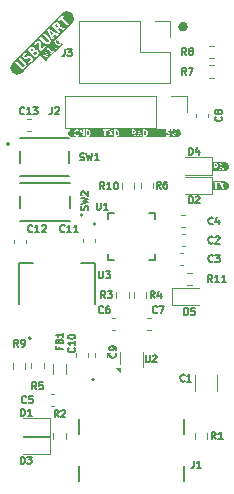
<source format=gbr>
%TF.GenerationSoftware,KiCad,Pcbnew,8.0.7*%
%TF.CreationDate,2024-12-24T16:41:46+01:00*%
%TF.ProjectId,USB2UART_PROG,55534232-5541-4525-945f-50524f472e6b,rev?*%
%TF.SameCoordinates,Original*%
%TF.FileFunction,Legend,Top*%
%TF.FilePolarity,Positive*%
%FSLAX46Y46*%
G04 Gerber Fmt 4.6, Leading zero omitted, Abs format (unit mm)*
G04 Created by KiCad (PCBNEW 8.0.7) date 2024-12-24 16:41:46*
%MOMM*%
%LPD*%
G01*
G04 APERTURE LIST*
%ADD10C,0.409210*%
%ADD11C,0.150000*%
%ADD12C,0.120000*%
%ADD13C,0.000000*%
%ADD14C,0.200000*%
%ADD15C,0.127000*%
G04 APERTURE END LIST*
D10*
X143079605Y-62632790D02*
G75*
G02*
X142670395Y-62632790I-204605J0D01*
G01*
X142670395Y-62632790D02*
G75*
G02*
X143079605Y-62632790I204605J0D01*
G01*
D11*
X132837285Y-79968628D02*
X132808713Y-79997200D01*
X132808713Y-79997200D02*
X132722999Y-80025771D01*
X132722999Y-80025771D02*
X132665856Y-80025771D01*
X132665856Y-80025771D02*
X132580142Y-79997200D01*
X132580142Y-79997200D02*
X132522999Y-79940057D01*
X132522999Y-79940057D02*
X132494428Y-79882914D01*
X132494428Y-79882914D02*
X132465856Y-79768628D01*
X132465856Y-79768628D02*
X132465856Y-79682914D01*
X132465856Y-79682914D02*
X132494428Y-79568628D01*
X132494428Y-79568628D02*
X132522999Y-79511485D01*
X132522999Y-79511485D02*
X132580142Y-79454342D01*
X132580142Y-79454342D02*
X132665856Y-79425771D01*
X132665856Y-79425771D02*
X132722999Y-79425771D01*
X132722999Y-79425771D02*
X132808713Y-79454342D01*
X132808713Y-79454342D02*
X132837285Y-79482914D01*
X133408713Y-80025771D02*
X133065856Y-80025771D01*
X133237285Y-80025771D02*
X133237285Y-79425771D01*
X133237285Y-79425771D02*
X133180142Y-79511485D01*
X133180142Y-79511485D02*
X133122999Y-79568628D01*
X133122999Y-79568628D02*
X133065856Y-79597200D01*
X133980142Y-80025771D02*
X133637285Y-80025771D01*
X133808714Y-80025771D02*
X133808714Y-79425771D01*
X133808714Y-79425771D02*
X133751571Y-79511485D01*
X133751571Y-79511485D02*
X133694428Y-79568628D01*
X133694428Y-79568628D02*
X133637285Y-79597200D01*
X129592400Y-94446628D02*
X129563828Y-94475200D01*
X129563828Y-94475200D02*
X129478114Y-94503771D01*
X129478114Y-94503771D02*
X129420971Y-94503771D01*
X129420971Y-94503771D02*
X129335257Y-94475200D01*
X129335257Y-94475200D02*
X129278114Y-94418057D01*
X129278114Y-94418057D02*
X129249543Y-94360914D01*
X129249543Y-94360914D02*
X129220971Y-94246628D01*
X129220971Y-94246628D02*
X129220971Y-94160914D01*
X129220971Y-94160914D02*
X129249543Y-94046628D01*
X129249543Y-94046628D02*
X129278114Y-93989485D01*
X129278114Y-93989485D02*
X129335257Y-93932342D01*
X129335257Y-93932342D02*
X129420971Y-93903771D01*
X129420971Y-93903771D02*
X129478114Y-93903771D01*
X129478114Y-93903771D02*
X129563828Y-93932342D01*
X129563828Y-93932342D02*
X129592400Y-93960914D01*
X130135257Y-93903771D02*
X129849543Y-93903771D01*
X129849543Y-93903771D02*
X129820971Y-94189485D01*
X129820971Y-94189485D02*
X129849543Y-94160914D01*
X129849543Y-94160914D02*
X129906686Y-94132342D01*
X129906686Y-94132342D02*
X130049543Y-94132342D01*
X130049543Y-94132342D02*
X130106686Y-94160914D01*
X130106686Y-94160914D02*
X130135257Y-94189485D01*
X130135257Y-94189485D02*
X130163828Y-94246628D01*
X130163828Y-94246628D02*
X130163828Y-94389485D01*
X130163828Y-94389485D02*
X130135257Y-94446628D01*
X130135257Y-94446628D02*
X130106686Y-94475200D01*
X130106686Y-94475200D02*
X130049543Y-94503771D01*
X130049543Y-94503771D02*
X129906686Y-94503771D01*
X129906686Y-94503771D02*
X129849543Y-94475200D01*
X129849543Y-94475200D02*
X129820971Y-94446628D01*
X143371943Y-73472571D02*
X143371943Y-72872571D01*
X143371943Y-72872571D02*
X143514800Y-72872571D01*
X143514800Y-72872571D02*
X143600514Y-72901142D01*
X143600514Y-72901142D02*
X143657657Y-72958285D01*
X143657657Y-72958285D02*
X143686228Y-73015428D01*
X143686228Y-73015428D02*
X143714800Y-73129714D01*
X143714800Y-73129714D02*
X143714800Y-73215428D01*
X143714800Y-73215428D02*
X143686228Y-73329714D01*
X143686228Y-73329714D02*
X143657657Y-73386857D01*
X143657657Y-73386857D02*
X143600514Y-73444000D01*
X143600514Y-73444000D02*
X143514800Y-73472571D01*
X143514800Y-73472571D02*
X143371943Y-73472571D01*
X144229086Y-73072571D02*
X144229086Y-73472571D01*
X144086228Y-72844000D02*
X143943371Y-73272571D01*
X143943371Y-73272571D02*
X144314800Y-73272571D01*
X143003600Y-92617828D02*
X142975028Y-92646400D01*
X142975028Y-92646400D02*
X142889314Y-92674971D01*
X142889314Y-92674971D02*
X142832171Y-92674971D01*
X142832171Y-92674971D02*
X142746457Y-92646400D01*
X142746457Y-92646400D02*
X142689314Y-92589257D01*
X142689314Y-92589257D02*
X142660743Y-92532114D01*
X142660743Y-92532114D02*
X142632171Y-92417828D01*
X142632171Y-92417828D02*
X142632171Y-92332114D01*
X142632171Y-92332114D02*
X142660743Y-92217828D01*
X142660743Y-92217828D02*
X142689314Y-92160685D01*
X142689314Y-92160685D02*
X142746457Y-92103542D01*
X142746457Y-92103542D02*
X142832171Y-92074971D01*
X142832171Y-92074971D02*
X142889314Y-92074971D01*
X142889314Y-92074971D02*
X142975028Y-92103542D01*
X142975028Y-92103542D02*
X143003600Y-92132114D01*
X143575028Y-92674971D02*
X143232171Y-92674971D01*
X143403600Y-92674971D02*
X143403600Y-92074971D01*
X143403600Y-92074971D02*
X143346457Y-92160685D01*
X143346457Y-92160685D02*
X143289314Y-92217828D01*
X143289314Y-92217828D02*
X143232171Y-92246400D01*
X130119485Y-79968628D02*
X130090913Y-79997200D01*
X130090913Y-79997200D02*
X130005199Y-80025771D01*
X130005199Y-80025771D02*
X129948056Y-80025771D01*
X129948056Y-80025771D02*
X129862342Y-79997200D01*
X129862342Y-79997200D02*
X129805199Y-79940057D01*
X129805199Y-79940057D02*
X129776628Y-79882914D01*
X129776628Y-79882914D02*
X129748056Y-79768628D01*
X129748056Y-79768628D02*
X129748056Y-79682914D01*
X129748056Y-79682914D02*
X129776628Y-79568628D01*
X129776628Y-79568628D02*
X129805199Y-79511485D01*
X129805199Y-79511485D02*
X129862342Y-79454342D01*
X129862342Y-79454342D02*
X129948056Y-79425771D01*
X129948056Y-79425771D02*
X130005199Y-79425771D01*
X130005199Y-79425771D02*
X130090913Y-79454342D01*
X130090913Y-79454342D02*
X130119485Y-79482914D01*
X130690913Y-80025771D02*
X130348056Y-80025771D01*
X130519485Y-80025771D02*
X130519485Y-79425771D01*
X130519485Y-79425771D02*
X130462342Y-79511485D01*
X130462342Y-79511485D02*
X130405199Y-79568628D01*
X130405199Y-79568628D02*
X130348056Y-79597200D01*
X130919485Y-79482914D02*
X130948057Y-79454342D01*
X130948057Y-79454342D02*
X131005200Y-79425771D01*
X131005200Y-79425771D02*
X131148057Y-79425771D01*
X131148057Y-79425771D02*
X131205200Y-79454342D01*
X131205200Y-79454342D02*
X131233771Y-79482914D01*
X131233771Y-79482914D02*
X131262342Y-79540057D01*
X131262342Y-79540057D02*
X131262342Y-79597200D01*
X131262342Y-79597200D02*
X131233771Y-79682914D01*
X131233771Y-79682914D02*
X130890914Y-80025771D01*
X130890914Y-80025771D02*
X131262342Y-80025771D01*
X139700057Y-90449371D02*
X139700057Y-90935085D01*
X139700057Y-90935085D02*
X139728628Y-90992228D01*
X139728628Y-90992228D02*
X139757200Y-91020800D01*
X139757200Y-91020800D02*
X139814342Y-91049371D01*
X139814342Y-91049371D02*
X139928628Y-91049371D01*
X139928628Y-91049371D02*
X139985771Y-91020800D01*
X139985771Y-91020800D02*
X140014342Y-90992228D01*
X140014342Y-90992228D02*
X140042914Y-90935085D01*
X140042914Y-90935085D02*
X140042914Y-90449371D01*
X140300056Y-90506514D02*
X140328628Y-90477942D01*
X140328628Y-90477942D02*
X140385771Y-90449371D01*
X140385771Y-90449371D02*
X140528628Y-90449371D01*
X140528628Y-90449371D02*
X140585771Y-90477942D01*
X140585771Y-90477942D02*
X140614342Y-90506514D01*
X140614342Y-90506514D02*
X140642913Y-90563657D01*
X140642913Y-90563657D02*
X140642913Y-90620800D01*
X140642913Y-90620800D02*
X140614342Y-90706514D01*
X140614342Y-90706514D02*
X140271485Y-91049371D01*
X140271485Y-91049371D02*
X140642913Y-91049371D01*
X132391085Y-89755599D02*
X132391085Y-89955599D01*
X132705371Y-89955599D02*
X132105371Y-89955599D01*
X132105371Y-89955599D02*
X132105371Y-89669885D01*
X132391085Y-89241313D02*
X132419657Y-89155599D01*
X132419657Y-89155599D02*
X132448228Y-89127028D01*
X132448228Y-89127028D02*
X132505371Y-89098456D01*
X132505371Y-89098456D02*
X132591085Y-89098456D01*
X132591085Y-89098456D02*
X132648228Y-89127028D01*
X132648228Y-89127028D02*
X132676800Y-89155599D01*
X132676800Y-89155599D02*
X132705371Y-89212742D01*
X132705371Y-89212742D02*
X132705371Y-89441313D01*
X132705371Y-89441313D02*
X132105371Y-89441313D01*
X132105371Y-89441313D02*
X132105371Y-89241313D01*
X132105371Y-89241313D02*
X132133942Y-89184171D01*
X132133942Y-89184171D02*
X132162514Y-89155599D01*
X132162514Y-89155599D02*
X132219657Y-89127028D01*
X132219657Y-89127028D02*
X132276800Y-89127028D01*
X132276800Y-89127028D02*
X132333942Y-89155599D01*
X132333942Y-89155599D02*
X132362514Y-89184171D01*
X132362514Y-89184171D02*
X132391085Y-89241313D01*
X132391085Y-89241313D02*
X132391085Y-89441313D01*
X132705371Y-88527028D02*
X132705371Y-88869885D01*
X132705371Y-88698456D02*
X132105371Y-88698456D01*
X132105371Y-88698456D02*
X132191085Y-88755599D01*
X132191085Y-88755599D02*
X132248228Y-88812742D01*
X132248228Y-88812742D02*
X132276800Y-88869885D01*
X145359485Y-84242171D02*
X145159485Y-83956457D01*
X145016628Y-84242171D02*
X145016628Y-83642171D01*
X145016628Y-83642171D02*
X145245199Y-83642171D01*
X145245199Y-83642171D02*
X145302342Y-83670742D01*
X145302342Y-83670742D02*
X145330913Y-83699314D01*
X145330913Y-83699314D02*
X145359485Y-83756457D01*
X145359485Y-83756457D02*
X145359485Y-83842171D01*
X145359485Y-83842171D02*
X145330913Y-83899314D01*
X145330913Y-83899314D02*
X145302342Y-83927885D01*
X145302342Y-83927885D02*
X145245199Y-83956457D01*
X145245199Y-83956457D02*
X145016628Y-83956457D01*
X145930913Y-84242171D02*
X145588056Y-84242171D01*
X145759485Y-84242171D02*
X145759485Y-83642171D01*
X145759485Y-83642171D02*
X145702342Y-83727885D01*
X145702342Y-83727885D02*
X145645199Y-83785028D01*
X145645199Y-83785028D02*
X145588056Y-83813600D01*
X146502342Y-84242171D02*
X146159485Y-84242171D01*
X146330914Y-84242171D02*
X146330914Y-83642171D01*
X146330914Y-83642171D02*
X146273771Y-83727885D01*
X146273771Y-83727885D02*
X146216628Y-83785028D01*
X146216628Y-83785028D02*
X146159485Y-83813600D01*
X143371943Y-77587371D02*
X143371943Y-76987371D01*
X143371943Y-76987371D02*
X143514800Y-76987371D01*
X143514800Y-76987371D02*
X143600514Y-77015942D01*
X143600514Y-77015942D02*
X143657657Y-77073085D01*
X143657657Y-77073085D02*
X143686228Y-77130228D01*
X143686228Y-77130228D02*
X143714800Y-77244514D01*
X143714800Y-77244514D02*
X143714800Y-77330228D01*
X143714800Y-77330228D02*
X143686228Y-77444514D01*
X143686228Y-77444514D02*
X143657657Y-77501657D01*
X143657657Y-77501657D02*
X143600514Y-77558800D01*
X143600514Y-77558800D02*
X143514800Y-77587371D01*
X143514800Y-77587371D02*
X143371943Y-77587371D01*
X143943371Y-77044514D02*
X143971943Y-77015942D01*
X143971943Y-77015942D02*
X144029086Y-76987371D01*
X144029086Y-76987371D02*
X144171943Y-76987371D01*
X144171943Y-76987371D02*
X144229086Y-77015942D01*
X144229086Y-77015942D02*
X144257657Y-77044514D01*
X144257657Y-77044514D02*
X144286228Y-77101657D01*
X144286228Y-77101657D02*
X144286228Y-77158800D01*
X144286228Y-77158800D02*
X144257657Y-77244514D01*
X144257657Y-77244514D02*
X143914800Y-77587371D01*
X143914800Y-77587371D02*
X144286228Y-77587371D01*
X137169428Y-90269999D02*
X137198000Y-90298571D01*
X137198000Y-90298571D02*
X137226571Y-90384285D01*
X137226571Y-90384285D02*
X137226571Y-90441428D01*
X137226571Y-90441428D02*
X137198000Y-90527142D01*
X137198000Y-90527142D02*
X137140857Y-90584285D01*
X137140857Y-90584285D02*
X137083714Y-90612856D01*
X137083714Y-90612856D02*
X136969428Y-90641428D01*
X136969428Y-90641428D02*
X136883714Y-90641428D01*
X136883714Y-90641428D02*
X136769428Y-90612856D01*
X136769428Y-90612856D02*
X136712285Y-90584285D01*
X136712285Y-90584285D02*
X136655142Y-90527142D01*
X136655142Y-90527142D02*
X136626571Y-90441428D01*
X136626571Y-90441428D02*
X136626571Y-90384285D01*
X136626571Y-90384285D02*
X136655142Y-90298571D01*
X136655142Y-90298571D02*
X136683714Y-90269999D01*
X137226571Y-89984285D02*
X137226571Y-89869999D01*
X137226571Y-89869999D02*
X137198000Y-89812856D01*
X137198000Y-89812856D02*
X137169428Y-89784285D01*
X137169428Y-89784285D02*
X137083714Y-89727142D01*
X137083714Y-89727142D02*
X136969428Y-89698571D01*
X136969428Y-89698571D02*
X136740857Y-89698571D01*
X136740857Y-89698571D02*
X136683714Y-89727142D01*
X136683714Y-89727142D02*
X136655142Y-89755714D01*
X136655142Y-89755714D02*
X136626571Y-89812856D01*
X136626571Y-89812856D02*
X136626571Y-89927142D01*
X136626571Y-89927142D02*
X136655142Y-89984285D01*
X136655142Y-89984285D02*
X136683714Y-90012856D01*
X136683714Y-90012856D02*
X136740857Y-90041428D01*
X136740857Y-90041428D02*
X136883714Y-90041428D01*
X136883714Y-90041428D02*
X136940857Y-90012856D01*
X136940857Y-90012856D02*
X136969428Y-89984285D01*
X136969428Y-89984285D02*
X136998000Y-89927142D01*
X136998000Y-89927142D02*
X136998000Y-89812856D01*
X136998000Y-89812856D02*
X136969428Y-89755714D01*
X136969428Y-89755714D02*
X136940857Y-89727142D01*
X136940857Y-89727142D02*
X136883714Y-89698571D01*
X136215485Y-76368171D02*
X136015485Y-76082457D01*
X135872628Y-76368171D02*
X135872628Y-75768171D01*
X135872628Y-75768171D02*
X136101199Y-75768171D01*
X136101199Y-75768171D02*
X136158342Y-75796742D01*
X136158342Y-75796742D02*
X136186913Y-75825314D01*
X136186913Y-75825314D02*
X136215485Y-75882457D01*
X136215485Y-75882457D02*
X136215485Y-75968171D01*
X136215485Y-75968171D02*
X136186913Y-76025314D01*
X136186913Y-76025314D02*
X136158342Y-76053885D01*
X136158342Y-76053885D02*
X136101199Y-76082457D01*
X136101199Y-76082457D02*
X135872628Y-76082457D01*
X136786913Y-76368171D02*
X136444056Y-76368171D01*
X136615485Y-76368171D02*
X136615485Y-75768171D01*
X136615485Y-75768171D02*
X136558342Y-75853885D01*
X136558342Y-75853885D02*
X136501199Y-75911028D01*
X136501199Y-75911028D02*
X136444056Y-75939600D01*
X137158342Y-75768171D02*
X137215485Y-75768171D01*
X137215485Y-75768171D02*
X137272628Y-75796742D01*
X137272628Y-75796742D02*
X137301200Y-75825314D01*
X137301200Y-75825314D02*
X137329771Y-75882457D01*
X137329771Y-75882457D02*
X137358342Y-75996742D01*
X137358342Y-75996742D02*
X137358342Y-76139600D01*
X137358342Y-76139600D02*
X137329771Y-76253885D01*
X137329771Y-76253885D02*
X137301200Y-76311028D01*
X137301200Y-76311028D02*
X137272628Y-76339600D01*
X137272628Y-76339600D02*
X137215485Y-76368171D01*
X137215485Y-76368171D02*
X137158342Y-76368171D01*
X137158342Y-76368171D02*
X137101200Y-76339600D01*
X137101200Y-76339600D02*
X137072628Y-76311028D01*
X137072628Y-76311028D02*
X137044057Y-76253885D01*
X137044057Y-76253885D02*
X137015485Y-76139600D01*
X137015485Y-76139600D02*
X137015485Y-75996742D01*
X137015485Y-75996742D02*
X137044057Y-75882457D01*
X137044057Y-75882457D02*
X137072628Y-75825314D01*
X137072628Y-75825314D02*
X137101200Y-75796742D01*
X137101200Y-75796742D02*
X137158342Y-75768171D01*
X131778399Y-69418171D02*
X131778399Y-69846742D01*
X131778399Y-69846742D02*
X131749828Y-69932457D01*
X131749828Y-69932457D02*
X131692685Y-69989600D01*
X131692685Y-69989600D02*
X131606971Y-70018171D01*
X131606971Y-70018171D02*
X131549828Y-70018171D01*
X132035542Y-69475314D02*
X132064114Y-69446742D01*
X132064114Y-69446742D02*
X132121257Y-69418171D01*
X132121257Y-69418171D02*
X132264114Y-69418171D01*
X132264114Y-69418171D02*
X132321257Y-69446742D01*
X132321257Y-69446742D02*
X132349828Y-69475314D01*
X132349828Y-69475314D02*
X132378399Y-69532457D01*
X132378399Y-69532457D02*
X132378399Y-69589600D01*
X132378399Y-69589600D02*
X132349828Y-69675314D01*
X132349828Y-69675314D02*
X132006971Y-70018171D01*
X132006971Y-70018171D02*
X132378399Y-70018171D01*
X136094800Y-86826628D02*
X136066228Y-86855200D01*
X136066228Y-86855200D02*
X135980514Y-86883771D01*
X135980514Y-86883771D02*
X135923371Y-86883771D01*
X135923371Y-86883771D02*
X135837657Y-86855200D01*
X135837657Y-86855200D02*
X135780514Y-86798057D01*
X135780514Y-86798057D02*
X135751943Y-86740914D01*
X135751943Y-86740914D02*
X135723371Y-86626628D01*
X135723371Y-86626628D02*
X135723371Y-86540914D01*
X135723371Y-86540914D02*
X135751943Y-86426628D01*
X135751943Y-86426628D02*
X135780514Y-86369485D01*
X135780514Y-86369485D02*
X135837657Y-86312342D01*
X135837657Y-86312342D02*
X135923371Y-86283771D01*
X135923371Y-86283771D02*
X135980514Y-86283771D01*
X135980514Y-86283771D02*
X136066228Y-86312342D01*
X136066228Y-86312342D02*
X136094800Y-86340914D01*
X136609086Y-86283771D02*
X136494800Y-86283771D01*
X136494800Y-86283771D02*
X136437657Y-86312342D01*
X136437657Y-86312342D02*
X136409086Y-86340914D01*
X136409086Y-86340914D02*
X136351943Y-86426628D01*
X136351943Y-86426628D02*
X136323371Y-86540914D01*
X136323371Y-86540914D02*
X136323371Y-86769485D01*
X136323371Y-86769485D02*
X136351943Y-86826628D01*
X136351943Y-86826628D02*
X136380514Y-86855200D01*
X136380514Y-86855200D02*
X136437657Y-86883771D01*
X136437657Y-86883771D02*
X136551943Y-86883771D01*
X136551943Y-86883771D02*
X136609086Y-86855200D01*
X136609086Y-86855200D02*
X136637657Y-86826628D01*
X136637657Y-86826628D02*
X136666228Y-86769485D01*
X136666228Y-86769485D02*
X136666228Y-86626628D01*
X136666228Y-86626628D02*
X136637657Y-86569485D01*
X136637657Y-86569485D02*
X136609086Y-86540914D01*
X136609086Y-86540914D02*
X136551943Y-86512342D01*
X136551943Y-86512342D02*
X136437657Y-86512342D01*
X136437657Y-86512342D02*
X136380514Y-86540914D01*
X136380514Y-86540914D02*
X136351943Y-86569485D01*
X136351943Y-86569485D02*
X136323371Y-86626628D01*
X143156000Y-65039771D02*
X142956000Y-64754057D01*
X142813143Y-65039771D02*
X142813143Y-64439771D01*
X142813143Y-64439771D02*
X143041714Y-64439771D01*
X143041714Y-64439771D02*
X143098857Y-64468342D01*
X143098857Y-64468342D02*
X143127428Y-64496914D01*
X143127428Y-64496914D02*
X143156000Y-64554057D01*
X143156000Y-64554057D02*
X143156000Y-64639771D01*
X143156000Y-64639771D02*
X143127428Y-64696914D01*
X143127428Y-64696914D02*
X143098857Y-64725485D01*
X143098857Y-64725485D02*
X143041714Y-64754057D01*
X143041714Y-64754057D02*
X142813143Y-64754057D01*
X143498857Y-64696914D02*
X143441714Y-64668342D01*
X143441714Y-64668342D02*
X143413143Y-64639771D01*
X143413143Y-64639771D02*
X143384571Y-64582628D01*
X143384571Y-64582628D02*
X143384571Y-64554057D01*
X143384571Y-64554057D02*
X143413143Y-64496914D01*
X143413143Y-64496914D02*
X143441714Y-64468342D01*
X143441714Y-64468342D02*
X143498857Y-64439771D01*
X143498857Y-64439771D02*
X143613143Y-64439771D01*
X143613143Y-64439771D02*
X143670286Y-64468342D01*
X143670286Y-64468342D02*
X143698857Y-64496914D01*
X143698857Y-64496914D02*
X143727428Y-64554057D01*
X143727428Y-64554057D02*
X143727428Y-64582628D01*
X143727428Y-64582628D02*
X143698857Y-64639771D01*
X143698857Y-64639771D02*
X143670286Y-64668342D01*
X143670286Y-64668342D02*
X143613143Y-64696914D01*
X143613143Y-64696914D02*
X143498857Y-64696914D01*
X143498857Y-64696914D02*
X143441714Y-64725485D01*
X143441714Y-64725485D02*
X143413143Y-64754057D01*
X143413143Y-64754057D02*
X143384571Y-64811200D01*
X143384571Y-64811200D02*
X143384571Y-64925485D01*
X143384571Y-64925485D02*
X143413143Y-64982628D01*
X143413143Y-64982628D02*
X143441714Y-65011200D01*
X143441714Y-65011200D02*
X143498857Y-65039771D01*
X143498857Y-65039771D02*
X143613143Y-65039771D01*
X143613143Y-65039771D02*
X143670286Y-65011200D01*
X143670286Y-65011200D02*
X143698857Y-64982628D01*
X143698857Y-64982628D02*
X143727428Y-64925485D01*
X143727428Y-64925485D02*
X143727428Y-64811200D01*
X143727428Y-64811200D02*
X143698857Y-64754057D01*
X143698857Y-64754057D02*
X143670286Y-64725485D01*
X143670286Y-64725485D02*
X143613143Y-64696914D01*
X129147943Y-95570571D02*
X129147943Y-94970571D01*
X129147943Y-94970571D02*
X129290800Y-94970571D01*
X129290800Y-94970571D02*
X129376514Y-94999142D01*
X129376514Y-94999142D02*
X129433657Y-95056285D01*
X129433657Y-95056285D02*
X129462228Y-95113428D01*
X129462228Y-95113428D02*
X129490800Y-95227714D01*
X129490800Y-95227714D02*
X129490800Y-95313428D01*
X129490800Y-95313428D02*
X129462228Y-95427714D01*
X129462228Y-95427714D02*
X129433657Y-95484857D01*
X129433657Y-95484857D02*
X129376514Y-95542000D01*
X129376514Y-95542000D02*
X129290800Y-95570571D01*
X129290800Y-95570571D02*
X129147943Y-95570571D01*
X130062228Y-95570571D02*
X129719371Y-95570571D01*
X129890800Y-95570571D02*
X129890800Y-94970571D01*
X129890800Y-94970571D02*
X129833657Y-95056285D01*
X129833657Y-95056285D02*
X129776514Y-95113428D01*
X129776514Y-95113428D02*
X129719371Y-95142000D01*
X130456000Y-93335371D02*
X130256000Y-93049657D01*
X130113143Y-93335371D02*
X130113143Y-92735371D01*
X130113143Y-92735371D02*
X130341714Y-92735371D01*
X130341714Y-92735371D02*
X130398857Y-92763942D01*
X130398857Y-92763942D02*
X130427428Y-92792514D01*
X130427428Y-92792514D02*
X130456000Y-92849657D01*
X130456000Y-92849657D02*
X130456000Y-92935371D01*
X130456000Y-92935371D02*
X130427428Y-92992514D01*
X130427428Y-92992514D02*
X130398857Y-93021085D01*
X130398857Y-93021085D02*
X130341714Y-93049657D01*
X130341714Y-93049657D02*
X130113143Y-93049657D01*
X130998857Y-92735371D02*
X130713143Y-92735371D01*
X130713143Y-92735371D02*
X130684571Y-93021085D01*
X130684571Y-93021085D02*
X130713143Y-92992514D01*
X130713143Y-92992514D02*
X130770286Y-92963942D01*
X130770286Y-92963942D02*
X130913143Y-92963942D01*
X130913143Y-92963942D02*
X130970286Y-92992514D01*
X130970286Y-92992514D02*
X130998857Y-93021085D01*
X130998857Y-93021085D02*
X131027428Y-93078228D01*
X131027428Y-93078228D02*
X131027428Y-93221085D01*
X131027428Y-93221085D02*
X130998857Y-93278228D01*
X130998857Y-93278228D02*
X130970286Y-93306800D01*
X130970286Y-93306800D02*
X130913143Y-93335371D01*
X130913143Y-93335371D02*
X130770286Y-93335371D01*
X130770286Y-93335371D02*
X130713143Y-93306800D01*
X130713143Y-93306800D02*
X130684571Y-93278228D01*
X145391200Y-79308228D02*
X145362628Y-79336800D01*
X145362628Y-79336800D02*
X145276914Y-79365371D01*
X145276914Y-79365371D02*
X145219771Y-79365371D01*
X145219771Y-79365371D02*
X145134057Y-79336800D01*
X145134057Y-79336800D02*
X145076914Y-79279657D01*
X145076914Y-79279657D02*
X145048343Y-79222514D01*
X145048343Y-79222514D02*
X145019771Y-79108228D01*
X145019771Y-79108228D02*
X145019771Y-79022514D01*
X145019771Y-79022514D02*
X145048343Y-78908228D01*
X145048343Y-78908228D02*
X145076914Y-78851085D01*
X145076914Y-78851085D02*
X145134057Y-78793942D01*
X145134057Y-78793942D02*
X145219771Y-78765371D01*
X145219771Y-78765371D02*
X145276914Y-78765371D01*
X145276914Y-78765371D02*
X145362628Y-78793942D01*
X145362628Y-78793942D02*
X145391200Y-78822514D01*
X145905486Y-78965371D02*
X145905486Y-79365371D01*
X145762628Y-78736800D02*
X145619771Y-79165371D01*
X145619771Y-79165371D02*
X145991200Y-79165371D01*
X142977743Y-87036171D02*
X142977743Y-86436171D01*
X142977743Y-86436171D02*
X143120600Y-86436171D01*
X143120600Y-86436171D02*
X143206314Y-86464742D01*
X143206314Y-86464742D02*
X143263457Y-86521885D01*
X143263457Y-86521885D02*
X143292028Y-86579028D01*
X143292028Y-86579028D02*
X143320600Y-86693314D01*
X143320600Y-86693314D02*
X143320600Y-86779028D01*
X143320600Y-86779028D02*
X143292028Y-86893314D01*
X143292028Y-86893314D02*
X143263457Y-86950457D01*
X143263457Y-86950457D02*
X143206314Y-87007600D01*
X143206314Y-87007600D02*
X143120600Y-87036171D01*
X143120600Y-87036171D02*
X142977743Y-87036171D01*
X143863457Y-86436171D02*
X143577743Y-86436171D01*
X143577743Y-86436171D02*
X143549171Y-86721885D01*
X143549171Y-86721885D02*
X143577743Y-86693314D01*
X143577743Y-86693314D02*
X143634886Y-86664742D01*
X143634886Y-86664742D02*
X143777743Y-86664742D01*
X143777743Y-86664742D02*
X143834886Y-86693314D01*
X143834886Y-86693314D02*
X143863457Y-86721885D01*
X143863457Y-86721885D02*
X143892028Y-86779028D01*
X143892028Y-86779028D02*
X143892028Y-86921885D01*
X143892028Y-86921885D02*
X143863457Y-86979028D01*
X143863457Y-86979028D02*
X143834886Y-87007600D01*
X143834886Y-87007600D02*
X143777743Y-87036171D01*
X143777743Y-87036171D02*
X143634886Y-87036171D01*
X143634886Y-87036171D02*
X143577743Y-87007600D01*
X143577743Y-87007600D02*
X143549171Y-86979028D01*
X133664228Y-89844514D02*
X133692800Y-89873086D01*
X133692800Y-89873086D02*
X133721371Y-89958800D01*
X133721371Y-89958800D02*
X133721371Y-90015943D01*
X133721371Y-90015943D02*
X133692800Y-90101657D01*
X133692800Y-90101657D02*
X133635657Y-90158800D01*
X133635657Y-90158800D02*
X133578514Y-90187371D01*
X133578514Y-90187371D02*
X133464228Y-90215943D01*
X133464228Y-90215943D02*
X133378514Y-90215943D01*
X133378514Y-90215943D02*
X133264228Y-90187371D01*
X133264228Y-90187371D02*
X133207085Y-90158800D01*
X133207085Y-90158800D02*
X133149942Y-90101657D01*
X133149942Y-90101657D02*
X133121371Y-90015943D01*
X133121371Y-90015943D02*
X133121371Y-89958800D01*
X133121371Y-89958800D02*
X133149942Y-89873086D01*
X133149942Y-89873086D02*
X133178514Y-89844514D01*
X133721371Y-89273086D02*
X133721371Y-89615943D01*
X133721371Y-89444514D02*
X133121371Y-89444514D01*
X133121371Y-89444514D02*
X133207085Y-89501657D01*
X133207085Y-89501657D02*
X133264228Y-89558800D01*
X133264228Y-89558800D02*
X133292800Y-89615943D01*
X133121371Y-88901657D02*
X133121371Y-88844514D01*
X133121371Y-88844514D02*
X133149942Y-88787371D01*
X133149942Y-88787371D02*
X133178514Y-88758800D01*
X133178514Y-88758800D02*
X133235657Y-88730228D01*
X133235657Y-88730228D02*
X133349942Y-88701657D01*
X133349942Y-88701657D02*
X133492800Y-88701657D01*
X133492800Y-88701657D02*
X133607085Y-88730228D01*
X133607085Y-88730228D02*
X133664228Y-88758800D01*
X133664228Y-88758800D02*
X133692800Y-88787371D01*
X133692800Y-88787371D02*
X133721371Y-88844514D01*
X133721371Y-88844514D02*
X133721371Y-88901657D01*
X133721371Y-88901657D02*
X133692800Y-88958800D01*
X133692800Y-88958800D02*
X133664228Y-88987371D01*
X133664228Y-88987371D02*
X133607085Y-89015942D01*
X133607085Y-89015942D02*
X133492800Y-89044514D01*
X133492800Y-89044514D02*
X133349942Y-89044514D01*
X133349942Y-89044514D02*
X133235657Y-89015942D01*
X133235657Y-89015942D02*
X133178514Y-88987371D01*
X133178514Y-88987371D02*
X133149942Y-88958800D01*
X133149942Y-88958800D02*
X133121371Y-88901657D01*
X132845199Y-64515971D02*
X132845199Y-64944542D01*
X132845199Y-64944542D02*
X132816628Y-65030257D01*
X132816628Y-65030257D02*
X132759485Y-65087400D01*
X132759485Y-65087400D02*
X132673771Y-65115971D01*
X132673771Y-65115971D02*
X132616628Y-65115971D01*
X133073771Y-64515971D02*
X133445199Y-64515971D01*
X133445199Y-64515971D02*
X133245199Y-64744542D01*
X133245199Y-64744542D02*
X133330914Y-64744542D01*
X133330914Y-64744542D02*
X133388057Y-64773114D01*
X133388057Y-64773114D02*
X133416628Y-64801685D01*
X133416628Y-64801685D02*
X133445199Y-64858828D01*
X133445199Y-64858828D02*
X133445199Y-65001685D01*
X133445199Y-65001685D02*
X133416628Y-65058828D01*
X133416628Y-65058828D02*
X133388057Y-65087400D01*
X133388057Y-65087400D02*
X133330914Y-65115971D01*
X133330914Y-65115971D02*
X133159485Y-65115971D01*
X133159485Y-65115971D02*
X133102342Y-65087400D01*
X133102342Y-65087400D02*
X133073771Y-65058828D01*
X143767199Y-99390171D02*
X143767199Y-99818742D01*
X143767199Y-99818742D02*
X143738628Y-99904457D01*
X143738628Y-99904457D02*
X143681485Y-99961600D01*
X143681485Y-99961600D02*
X143595771Y-99990171D01*
X143595771Y-99990171D02*
X143538628Y-99990171D01*
X144367199Y-99990171D02*
X144024342Y-99990171D01*
X144195771Y-99990171D02*
X144195771Y-99390171D01*
X144195771Y-99390171D02*
X144138628Y-99475885D01*
X144138628Y-99475885D02*
X144081485Y-99533028D01*
X144081485Y-99533028D02*
X144024342Y-99561600D01*
X129147943Y-99634571D02*
X129147943Y-99034571D01*
X129147943Y-99034571D02*
X129290800Y-99034571D01*
X129290800Y-99034571D02*
X129376514Y-99063142D01*
X129376514Y-99063142D02*
X129433657Y-99120285D01*
X129433657Y-99120285D02*
X129462228Y-99177428D01*
X129462228Y-99177428D02*
X129490800Y-99291714D01*
X129490800Y-99291714D02*
X129490800Y-99377428D01*
X129490800Y-99377428D02*
X129462228Y-99491714D01*
X129462228Y-99491714D02*
X129433657Y-99548857D01*
X129433657Y-99548857D02*
X129376514Y-99606000D01*
X129376514Y-99606000D02*
X129290800Y-99634571D01*
X129290800Y-99634571D02*
X129147943Y-99634571D01*
X129690800Y-99034571D02*
X130062228Y-99034571D01*
X130062228Y-99034571D02*
X129862228Y-99263142D01*
X129862228Y-99263142D02*
X129947943Y-99263142D01*
X129947943Y-99263142D02*
X130005086Y-99291714D01*
X130005086Y-99291714D02*
X130033657Y-99320285D01*
X130033657Y-99320285D02*
X130062228Y-99377428D01*
X130062228Y-99377428D02*
X130062228Y-99520285D01*
X130062228Y-99520285D02*
X130033657Y-99577428D01*
X130033657Y-99577428D02*
X130005086Y-99606000D01*
X130005086Y-99606000D02*
X129947943Y-99634571D01*
X129947943Y-99634571D02*
X129776514Y-99634571D01*
X129776514Y-99634571D02*
X129719371Y-99606000D01*
X129719371Y-99606000D02*
X129690800Y-99577428D01*
X145391200Y-82508628D02*
X145362628Y-82537200D01*
X145362628Y-82537200D02*
X145276914Y-82565771D01*
X145276914Y-82565771D02*
X145219771Y-82565771D01*
X145219771Y-82565771D02*
X145134057Y-82537200D01*
X145134057Y-82537200D02*
X145076914Y-82480057D01*
X145076914Y-82480057D02*
X145048343Y-82422914D01*
X145048343Y-82422914D02*
X145019771Y-82308628D01*
X145019771Y-82308628D02*
X145019771Y-82222914D01*
X145019771Y-82222914D02*
X145048343Y-82108628D01*
X145048343Y-82108628D02*
X145076914Y-82051485D01*
X145076914Y-82051485D02*
X145134057Y-81994342D01*
X145134057Y-81994342D02*
X145219771Y-81965771D01*
X145219771Y-81965771D02*
X145276914Y-81965771D01*
X145276914Y-81965771D02*
X145362628Y-81994342D01*
X145362628Y-81994342D02*
X145391200Y-82022914D01*
X145591200Y-81965771D02*
X145962628Y-81965771D01*
X145962628Y-81965771D02*
X145762628Y-82194342D01*
X145762628Y-82194342D02*
X145848343Y-82194342D01*
X145848343Y-82194342D02*
X145905486Y-82222914D01*
X145905486Y-82222914D02*
X145934057Y-82251485D01*
X145934057Y-82251485D02*
X145962628Y-82308628D01*
X145962628Y-82308628D02*
X145962628Y-82451485D01*
X145962628Y-82451485D02*
X145934057Y-82508628D01*
X145934057Y-82508628D02*
X145905486Y-82537200D01*
X145905486Y-82537200D02*
X145848343Y-82565771D01*
X145848343Y-82565771D02*
X145676914Y-82565771D01*
X145676914Y-82565771D02*
X145619771Y-82537200D01*
X145619771Y-82537200D02*
X145591200Y-82508628D01*
X146117828Y-70241799D02*
X146146400Y-70270371D01*
X146146400Y-70270371D02*
X146174971Y-70356085D01*
X146174971Y-70356085D02*
X146174971Y-70413228D01*
X146174971Y-70413228D02*
X146146400Y-70498942D01*
X146146400Y-70498942D02*
X146089257Y-70556085D01*
X146089257Y-70556085D02*
X146032114Y-70584656D01*
X146032114Y-70584656D02*
X145917828Y-70613228D01*
X145917828Y-70613228D02*
X145832114Y-70613228D01*
X145832114Y-70613228D02*
X145717828Y-70584656D01*
X145717828Y-70584656D02*
X145660685Y-70556085D01*
X145660685Y-70556085D02*
X145603542Y-70498942D01*
X145603542Y-70498942D02*
X145574971Y-70413228D01*
X145574971Y-70413228D02*
X145574971Y-70356085D01*
X145574971Y-70356085D02*
X145603542Y-70270371D01*
X145603542Y-70270371D02*
X145632114Y-70241799D01*
X145832114Y-69898942D02*
X145803542Y-69956085D01*
X145803542Y-69956085D02*
X145774971Y-69984656D01*
X145774971Y-69984656D02*
X145717828Y-70013228D01*
X145717828Y-70013228D02*
X145689257Y-70013228D01*
X145689257Y-70013228D02*
X145632114Y-69984656D01*
X145632114Y-69984656D02*
X145603542Y-69956085D01*
X145603542Y-69956085D02*
X145574971Y-69898942D01*
X145574971Y-69898942D02*
X145574971Y-69784656D01*
X145574971Y-69784656D02*
X145603542Y-69727514D01*
X145603542Y-69727514D02*
X145632114Y-69698942D01*
X145632114Y-69698942D02*
X145689257Y-69670371D01*
X145689257Y-69670371D02*
X145717828Y-69670371D01*
X145717828Y-69670371D02*
X145774971Y-69698942D01*
X145774971Y-69698942D02*
X145803542Y-69727514D01*
X145803542Y-69727514D02*
X145832114Y-69784656D01*
X145832114Y-69784656D02*
X145832114Y-69898942D01*
X145832114Y-69898942D02*
X145860685Y-69956085D01*
X145860685Y-69956085D02*
X145889257Y-69984656D01*
X145889257Y-69984656D02*
X145946400Y-70013228D01*
X145946400Y-70013228D02*
X146060685Y-70013228D01*
X146060685Y-70013228D02*
X146117828Y-69984656D01*
X146117828Y-69984656D02*
X146146400Y-69956085D01*
X146146400Y-69956085D02*
X146174971Y-69898942D01*
X146174971Y-69898942D02*
X146174971Y-69784656D01*
X146174971Y-69784656D02*
X146146400Y-69727514D01*
X146146400Y-69727514D02*
X146117828Y-69698942D01*
X146117828Y-69698942D02*
X146060685Y-69670371D01*
X146060685Y-69670371D02*
X145946400Y-69670371D01*
X145946400Y-69670371D02*
X145889257Y-69698942D01*
X145889257Y-69698942D02*
X145860685Y-69727514D01*
X145860685Y-69727514D02*
X145832114Y-69784656D01*
X145391200Y-80933828D02*
X145362628Y-80962400D01*
X145362628Y-80962400D02*
X145276914Y-80990971D01*
X145276914Y-80990971D02*
X145219771Y-80990971D01*
X145219771Y-80990971D02*
X145134057Y-80962400D01*
X145134057Y-80962400D02*
X145076914Y-80905257D01*
X145076914Y-80905257D02*
X145048343Y-80848114D01*
X145048343Y-80848114D02*
X145019771Y-80733828D01*
X145019771Y-80733828D02*
X145019771Y-80648114D01*
X145019771Y-80648114D02*
X145048343Y-80533828D01*
X145048343Y-80533828D02*
X145076914Y-80476685D01*
X145076914Y-80476685D02*
X145134057Y-80419542D01*
X145134057Y-80419542D02*
X145219771Y-80390971D01*
X145219771Y-80390971D02*
X145276914Y-80390971D01*
X145276914Y-80390971D02*
X145362628Y-80419542D01*
X145362628Y-80419542D02*
X145391200Y-80448114D01*
X145619771Y-80448114D02*
X145648343Y-80419542D01*
X145648343Y-80419542D02*
X145705486Y-80390971D01*
X145705486Y-80390971D02*
X145848343Y-80390971D01*
X145848343Y-80390971D02*
X145905486Y-80419542D01*
X145905486Y-80419542D02*
X145934057Y-80448114D01*
X145934057Y-80448114D02*
X145962628Y-80505257D01*
X145962628Y-80505257D02*
X145962628Y-80562400D01*
X145962628Y-80562400D02*
X145934057Y-80648114D01*
X145934057Y-80648114D02*
X145591200Y-80990971D01*
X145591200Y-80990971D02*
X145962628Y-80990971D01*
X135737657Y-83337371D02*
X135737657Y-83823085D01*
X135737657Y-83823085D02*
X135766228Y-83880228D01*
X135766228Y-83880228D02*
X135794800Y-83908800D01*
X135794800Y-83908800D02*
X135851942Y-83937371D01*
X135851942Y-83937371D02*
X135966228Y-83937371D01*
X135966228Y-83937371D02*
X136023371Y-83908800D01*
X136023371Y-83908800D02*
X136051942Y-83880228D01*
X136051942Y-83880228D02*
X136080514Y-83823085D01*
X136080514Y-83823085D02*
X136080514Y-83337371D01*
X136309085Y-83337371D02*
X136680513Y-83337371D01*
X136680513Y-83337371D02*
X136480513Y-83565942D01*
X136480513Y-83565942D02*
X136566228Y-83565942D01*
X136566228Y-83565942D02*
X136623371Y-83594514D01*
X136623371Y-83594514D02*
X136651942Y-83623085D01*
X136651942Y-83623085D02*
X136680513Y-83680228D01*
X136680513Y-83680228D02*
X136680513Y-83823085D01*
X136680513Y-83823085D02*
X136651942Y-83880228D01*
X136651942Y-83880228D02*
X136623371Y-83908800D01*
X136623371Y-83908800D02*
X136566228Y-83937371D01*
X136566228Y-83937371D02*
X136394799Y-83937371D01*
X136394799Y-83937371D02*
X136337656Y-83908800D01*
X136337656Y-83908800D02*
X136309085Y-83880228D01*
X135559857Y-77520771D02*
X135559857Y-78006485D01*
X135559857Y-78006485D02*
X135588428Y-78063628D01*
X135588428Y-78063628D02*
X135617000Y-78092200D01*
X135617000Y-78092200D02*
X135674142Y-78120771D01*
X135674142Y-78120771D02*
X135788428Y-78120771D01*
X135788428Y-78120771D02*
X135845571Y-78092200D01*
X135845571Y-78092200D02*
X135874142Y-78063628D01*
X135874142Y-78063628D02*
X135902714Y-78006485D01*
X135902714Y-78006485D02*
X135902714Y-77520771D01*
X136502713Y-78120771D02*
X136159856Y-78120771D01*
X136331285Y-78120771D02*
X136331285Y-77520771D01*
X136331285Y-77520771D02*
X136274142Y-77606485D01*
X136274142Y-77606485D02*
X136216999Y-77663628D01*
X136216999Y-77663628D02*
X136159856Y-77692200D01*
X143156000Y-66690771D02*
X142956000Y-66405057D01*
X142813143Y-66690771D02*
X142813143Y-66090771D01*
X142813143Y-66090771D02*
X143041714Y-66090771D01*
X143041714Y-66090771D02*
X143098857Y-66119342D01*
X143098857Y-66119342D02*
X143127428Y-66147914D01*
X143127428Y-66147914D02*
X143156000Y-66205057D01*
X143156000Y-66205057D02*
X143156000Y-66290771D01*
X143156000Y-66290771D02*
X143127428Y-66347914D01*
X143127428Y-66347914D02*
X143098857Y-66376485D01*
X143098857Y-66376485D02*
X143041714Y-66405057D01*
X143041714Y-66405057D02*
X142813143Y-66405057D01*
X143356000Y-66090771D02*
X143756000Y-66090771D01*
X143756000Y-66090771D02*
X143498857Y-66690771D01*
X140971600Y-76355971D02*
X140771600Y-76070257D01*
X140628743Y-76355971D02*
X140628743Y-75755971D01*
X140628743Y-75755971D02*
X140857314Y-75755971D01*
X140857314Y-75755971D02*
X140914457Y-75784542D01*
X140914457Y-75784542D02*
X140943028Y-75813114D01*
X140943028Y-75813114D02*
X140971600Y-75870257D01*
X140971600Y-75870257D02*
X140971600Y-75955971D01*
X140971600Y-75955971D02*
X140943028Y-76013114D01*
X140943028Y-76013114D02*
X140914457Y-76041685D01*
X140914457Y-76041685D02*
X140857314Y-76070257D01*
X140857314Y-76070257D02*
X140628743Y-76070257D01*
X141485886Y-75755971D02*
X141371600Y-75755971D01*
X141371600Y-75755971D02*
X141314457Y-75784542D01*
X141314457Y-75784542D02*
X141285886Y-75813114D01*
X141285886Y-75813114D02*
X141228743Y-75898828D01*
X141228743Y-75898828D02*
X141200171Y-76013114D01*
X141200171Y-76013114D02*
X141200171Y-76241685D01*
X141200171Y-76241685D02*
X141228743Y-76298828D01*
X141228743Y-76298828D02*
X141257314Y-76327400D01*
X141257314Y-76327400D02*
X141314457Y-76355971D01*
X141314457Y-76355971D02*
X141428743Y-76355971D01*
X141428743Y-76355971D02*
X141485886Y-76327400D01*
X141485886Y-76327400D02*
X141514457Y-76298828D01*
X141514457Y-76298828D02*
X141543028Y-76241685D01*
X141543028Y-76241685D02*
X141543028Y-76098828D01*
X141543028Y-76098828D02*
X141514457Y-76041685D01*
X141514457Y-76041685D02*
X141485886Y-76013114D01*
X141485886Y-76013114D02*
X141428743Y-75984542D01*
X141428743Y-75984542D02*
X141314457Y-75984542D01*
X141314457Y-75984542D02*
X141257314Y-76013114D01*
X141257314Y-76013114D02*
X141228743Y-76041685D01*
X141228743Y-76041685D02*
X141200171Y-76098828D01*
X134810400Y-78168400D02*
X134838971Y-78082686D01*
X134838971Y-78082686D02*
X134838971Y-77939828D01*
X134838971Y-77939828D02*
X134810400Y-77882686D01*
X134810400Y-77882686D02*
X134781828Y-77854114D01*
X134781828Y-77854114D02*
X134724685Y-77825543D01*
X134724685Y-77825543D02*
X134667542Y-77825543D01*
X134667542Y-77825543D02*
X134610400Y-77854114D01*
X134610400Y-77854114D02*
X134581828Y-77882686D01*
X134581828Y-77882686D02*
X134553257Y-77939828D01*
X134553257Y-77939828D02*
X134524685Y-78054114D01*
X134524685Y-78054114D02*
X134496114Y-78111257D01*
X134496114Y-78111257D02*
X134467542Y-78139828D01*
X134467542Y-78139828D02*
X134410400Y-78168400D01*
X134410400Y-78168400D02*
X134353257Y-78168400D01*
X134353257Y-78168400D02*
X134296114Y-78139828D01*
X134296114Y-78139828D02*
X134267542Y-78111257D01*
X134267542Y-78111257D02*
X134238971Y-78054114D01*
X134238971Y-78054114D02*
X134238971Y-77911257D01*
X134238971Y-77911257D02*
X134267542Y-77825543D01*
X134238971Y-77625542D02*
X134838971Y-77482685D01*
X134838971Y-77482685D02*
X134410400Y-77368399D01*
X134410400Y-77368399D02*
X134838971Y-77254114D01*
X134838971Y-77254114D02*
X134238971Y-77111257D01*
X134296114Y-76911257D02*
X134267542Y-76882685D01*
X134267542Y-76882685D02*
X134238971Y-76825543D01*
X134238971Y-76825543D02*
X134238971Y-76682685D01*
X134238971Y-76682685D02*
X134267542Y-76625543D01*
X134267542Y-76625543D02*
X134296114Y-76596971D01*
X134296114Y-76596971D02*
X134353257Y-76568400D01*
X134353257Y-76568400D02*
X134410400Y-76568400D01*
X134410400Y-76568400D02*
X134496114Y-76596971D01*
X134496114Y-76596971D02*
X134838971Y-76939828D01*
X134838971Y-76939828D02*
X134838971Y-76568400D01*
X134150199Y-73926600D02*
X134235914Y-73955171D01*
X134235914Y-73955171D02*
X134378771Y-73955171D01*
X134378771Y-73955171D02*
X134435914Y-73926600D01*
X134435914Y-73926600D02*
X134464485Y-73898028D01*
X134464485Y-73898028D02*
X134493056Y-73840885D01*
X134493056Y-73840885D02*
X134493056Y-73783742D01*
X134493056Y-73783742D02*
X134464485Y-73726600D01*
X134464485Y-73726600D02*
X134435914Y-73698028D01*
X134435914Y-73698028D02*
X134378771Y-73669457D01*
X134378771Y-73669457D02*
X134264485Y-73640885D01*
X134264485Y-73640885D02*
X134207342Y-73612314D01*
X134207342Y-73612314D02*
X134178771Y-73583742D01*
X134178771Y-73583742D02*
X134150199Y-73526600D01*
X134150199Y-73526600D02*
X134150199Y-73469457D01*
X134150199Y-73469457D02*
X134178771Y-73412314D01*
X134178771Y-73412314D02*
X134207342Y-73383742D01*
X134207342Y-73383742D02*
X134264485Y-73355171D01*
X134264485Y-73355171D02*
X134407342Y-73355171D01*
X134407342Y-73355171D02*
X134493056Y-73383742D01*
X134693057Y-73355171D02*
X134835914Y-73955171D01*
X134835914Y-73955171D02*
X134950200Y-73526600D01*
X134950200Y-73526600D02*
X135064485Y-73955171D01*
X135064485Y-73955171D02*
X135207343Y-73355171D01*
X135750199Y-73955171D02*
X135407342Y-73955171D01*
X135578771Y-73955171D02*
X135578771Y-73355171D01*
X135578771Y-73355171D02*
X135521628Y-73440885D01*
X135521628Y-73440885D02*
X135464485Y-73498028D01*
X135464485Y-73498028D02*
X135407342Y-73526600D01*
X140666800Y-86826628D02*
X140638228Y-86855200D01*
X140638228Y-86855200D02*
X140552514Y-86883771D01*
X140552514Y-86883771D02*
X140495371Y-86883771D01*
X140495371Y-86883771D02*
X140409657Y-86855200D01*
X140409657Y-86855200D02*
X140352514Y-86798057D01*
X140352514Y-86798057D02*
X140323943Y-86740914D01*
X140323943Y-86740914D02*
X140295371Y-86626628D01*
X140295371Y-86626628D02*
X140295371Y-86540914D01*
X140295371Y-86540914D02*
X140323943Y-86426628D01*
X140323943Y-86426628D02*
X140352514Y-86369485D01*
X140352514Y-86369485D02*
X140409657Y-86312342D01*
X140409657Y-86312342D02*
X140495371Y-86283771D01*
X140495371Y-86283771D02*
X140552514Y-86283771D01*
X140552514Y-86283771D02*
X140638228Y-86312342D01*
X140638228Y-86312342D02*
X140666800Y-86340914D01*
X140866800Y-86283771D02*
X141266800Y-86283771D01*
X141266800Y-86283771D02*
X141009657Y-86883771D01*
X145645200Y-97544771D02*
X145445200Y-97259057D01*
X145302343Y-97544771D02*
X145302343Y-96944771D01*
X145302343Y-96944771D02*
X145530914Y-96944771D01*
X145530914Y-96944771D02*
X145588057Y-96973342D01*
X145588057Y-96973342D02*
X145616628Y-97001914D01*
X145616628Y-97001914D02*
X145645200Y-97059057D01*
X145645200Y-97059057D02*
X145645200Y-97144771D01*
X145645200Y-97144771D02*
X145616628Y-97201914D01*
X145616628Y-97201914D02*
X145588057Y-97230485D01*
X145588057Y-97230485D02*
X145530914Y-97259057D01*
X145530914Y-97259057D02*
X145302343Y-97259057D01*
X146216628Y-97544771D02*
X145873771Y-97544771D01*
X146045200Y-97544771D02*
X146045200Y-96944771D01*
X146045200Y-96944771D02*
X145988057Y-97030485D01*
X145988057Y-97030485D02*
X145930914Y-97087628D01*
X145930914Y-97087628D02*
X145873771Y-97116200D01*
X136298000Y-85607271D02*
X136098000Y-85321557D01*
X135955143Y-85607271D02*
X135955143Y-85007271D01*
X135955143Y-85007271D02*
X136183714Y-85007271D01*
X136183714Y-85007271D02*
X136240857Y-85035842D01*
X136240857Y-85035842D02*
X136269428Y-85064414D01*
X136269428Y-85064414D02*
X136298000Y-85121557D01*
X136298000Y-85121557D02*
X136298000Y-85207271D01*
X136298000Y-85207271D02*
X136269428Y-85264414D01*
X136269428Y-85264414D02*
X136240857Y-85292985D01*
X136240857Y-85292985D02*
X136183714Y-85321557D01*
X136183714Y-85321557D02*
X135955143Y-85321557D01*
X136498000Y-85007271D02*
X136869428Y-85007271D01*
X136869428Y-85007271D02*
X136669428Y-85235842D01*
X136669428Y-85235842D02*
X136755143Y-85235842D01*
X136755143Y-85235842D02*
X136812286Y-85264414D01*
X136812286Y-85264414D02*
X136840857Y-85292985D01*
X136840857Y-85292985D02*
X136869428Y-85350128D01*
X136869428Y-85350128D02*
X136869428Y-85492985D01*
X136869428Y-85492985D02*
X136840857Y-85550128D01*
X136840857Y-85550128D02*
X136812286Y-85578700D01*
X136812286Y-85578700D02*
X136755143Y-85607271D01*
X136755143Y-85607271D02*
X136583714Y-85607271D01*
X136583714Y-85607271D02*
X136526571Y-85578700D01*
X136526571Y-85578700D02*
X136498000Y-85550128D01*
X129433685Y-69986428D02*
X129405113Y-70015000D01*
X129405113Y-70015000D02*
X129319399Y-70043571D01*
X129319399Y-70043571D02*
X129262256Y-70043571D01*
X129262256Y-70043571D02*
X129176542Y-70015000D01*
X129176542Y-70015000D02*
X129119399Y-69957857D01*
X129119399Y-69957857D02*
X129090828Y-69900714D01*
X129090828Y-69900714D02*
X129062256Y-69786428D01*
X129062256Y-69786428D02*
X129062256Y-69700714D01*
X129062256Y-69700714D02*
X129090828Y-69586428D01*
X129090828Y-69586428D02*
X129119399Y-69529285D01*
X129119399Y-69529285D02*
X129176542Y-69472142D01*
X129176542Y-69472142D02*
X129262256Y-69443571D01*
X129262256Y-69443571D02*
X129319399Y-69443571D01*
X129319399Y-69443571D02*
X129405113Y-69472142D01*
X129405113Y-69472142D02*
X129433685Y-69500714D01*
X130005113Y-70043571D02*
X129662256Y-70043571D01*
X129833685Y-70043571D02*
X129833685Y-69443571D01*
X129833685Y-69443571D02*
X129776542Y-69529285D01*
X129776542Y-69529285D02*
X129719399Y-69586428D01*
X129719399Y-69586428D02*
X129662256Y-69615000D01*
X130205114Y-69443571D02*
X130576542Y-69443571D01*
X130576542Y-69443571D02*
X130376542Y-69672142D01*
X130376542Y-69672142D02*
X130462257Y-69672142D01*
X130462257Y-69672142D02*
X130519400Y-69700714D01*
X130519400Y-69700714D02*
X130547971Y-69729285D01*
X130547971Y-69729285D02*
X130576542Y-69786428D01*
X130576542Y-69786428D02*
X130576542Y-69929285D01*
X130576542Y-69929285D02*
X130547971Y-69986428D01*
X130547971Y-69986428D02*
X130519400Y-70015000D01*
X130519400Y-70015000D02*
X130462257Y-70043571D01*
X130462257Y-70043571D02*
X130290828Y-70043571D01*
X130290828Y-70043571D02*
X130233685Y-70015000D01*
X130233685Y-70015000D02*
X130205114Y-69986428D01*
X140463600Y-85607271D02*
X140263600Y-85321557D01*
X140120743Y-85607271D02*
X140120743Y-85007271D01*
X140120743Y-85007271D02*
X140349314Y-85007271D01*
X140349314Y-85007271D02*
X140406457Y-85035842D01*
X140406457Y-85035842D02*
X140435028Y-85064414D01*
X140435028Y-85064414D02*
X140463600Y-85121557D01*
X140463600Y-85121557D02*
X140463600Y-85207271D01*
X140463600Y-85207271D02*
X140435028Y-85264414D01*
X140435028Y-85264414D02*
X140406457Y-85292985D01*
X140406457Y-85292985D02*
X140349314Y-85321557D01*
X140349314Y-85321557D02*
X140120743Y-85321557D01*
X140977886Y-85207271D02*
X140977886Y-85607271D01*
X140835028Y-84978700D02*
X140692171Y-85407271D01*
X140692171Y-85407271D02*
X141063600Y-85407271D01*
X128932000Y-89728571D02*
X128732000Y-89442857D01*
X128589143Y-89728571D02*
X128589143Y-89128571D01*
X128589143Y-89128571D02*
X128817714Y-89128571D01*
X128817714Y-89128571D02*
X128874857Y-89157142D01*
X128874857Y-89157142D02*
X128903428Y-89185714D01*
X128903428Y-89185714D02*
X128932000Y-89242857D01*
X128932000Y-89242857D02*
X128932000Y-89328571D01*
X128932000Y-89328571D02*
X128903428Y-89385714D01*
X128903428Y-89385714D02*
X128874857Y-89414285D01*
X128874857Y-89414285D02*
X128817714Y-89442857D01*
X128817714Y-89442857D02*
X128589143Y-89442857D01*
X129217714Y-89728571D02*
X129332000Y-89728571D01*
X129332000Y-89728571D02*
X129389143Y-89700000D01*
X129389143Y-89700000D02*
X129417714Y-89671428D01*
X129417714Y-89671428D02*
X129474857Y-89585714D01*
X129474857Y-89585714D02*
X129503428Y-89471428D01*
X129503428Y-89471428D02*
X129503428Y-89242857D01*
X129503428Y-89242857D02*
X129474857Y-89185714D01*
X129474857Y-89185714D02*
X129446286Y-89157142D01*
X129446286Y-89157142D02*
X129389143Y-89128571D01*
X129389143Y-89128571D02*
X129274857Y-89128571D01*
X129274857Y-89128571D02*
X129217714Y-89157142D01*
X129217714Y-89157142D02*
X129189143Y-89185714D01*
X129189143Y-89185714D02*
X129160571Y-89242857D01*
X129160571Y-89242857D02*
X129160571Y-89385714D01*
X129160571Y-89385714D02*
X129189143Y-89442857D01*
X129189143Y-89442857D02*
X129217714Y-89471428D01*
X129217714Y-89471428D02*
X129274857Y-89500000D01*
X129274857Y-89500000D02*
X129389143Y-89500000D01*
X129389143Y-89500000D02*
X129446286Y-89471428D01*
X129446286Y-89471428D02*
X129474857Y-89442857D01*
X129474857Y-89442857D02*
X129503428Y-89385714D01*
X132335600Y-95672171D02*
X132135600Y-95386457D01*
X131992743Y-95672171D02*
X131992743Y-95072171D01*
X131992743Y-95072171D02*
X132221314Y-95072171D01*
X132221314Y-95072171D02*
X132278457Y-95100742D01*
X132278457Y-95100742D02*
X132307028Y-95129314D01*
X132307028Y-95129314D02*
X132335600Y-95186457D01*
X132335600Y-95186457D02*
X132335600Y-95272171D01*
X132335600Y-95272171D02*
X132307028Y-95329314D01*
X132307028Y-95329314D02*
X132278457Y-95357885D01*
X132278457Y-95357885D02*
X132221314Y-95386457D01*
X132221314Y-95386457D02*
X131992743Y-95386457D01*
X132564171Y-95129314D02*
X132592743Y-95100742D01*
X132592743Y-95100742D02*
X132649886Y-95072171D01*
X132649886Y-95072171D02*
X132792743Y-95072171D01*
X132792743Y-95072171D02*
X132849886Y-95100742D01*
X132849886Y-95100742D02*
X132878457Y-95129314D01*
X132878457Y-95129314D02*
X132907028Y-95186457D01*
X132907028Y-95186457D02*
X132907028Y-95243600D01*
X132907028Y-95243600D02*
X132878457Y-95329314D01*
X132878457Y-95329314D02*
X132535600Y-95672171D01*
X132535600Y-95672171D02*
X132907028Y-95672171D01*
D12*
%TO.C,C11*%
X134414800Y-80848780D02*
X134414800Y-80567620D01*
X135434800Y-80848780D02*
X135434800Y-80567620D01*
D13*
%TO.C,kibuzzard-676AD2A0*%
G36*
X145663288Y-74278697D02*
G01*
X145696971Y-74295417D01*
X145718780Y-74324012D01*
X145726050Y-74365207D01*
X145698910Y-74432574D01*
X145663288Y-74450385D01*
X145610703Y-74456322D01*
X145584532Y-74456322D01*
X145584532Y-74276031D01*
X145603918Y-74273608D01*
X145620396Y-74273123D01*
X145663288Y-74278697D01*
G37*
G36*
X146446636Y-74096014D02*
G01*
X146518703Y-74117875D01*
X146585121Y-74153376D01*
X146643336Y-74201152D01*
X146691112Y-74259368D01*
X146726613Y-74325785D01*
X146748475Y-74397853D01*
X146755856Y-74472800D01*
X146748475Y-74547747D01*
X146726613Y-74619815D01*
X146691112Y-74686232D01*
X146643336Y-74744448D01*
X146585121Y-74792224D01*
X146518703Y-74827725D01*
X146446636Y-74849586D01*
X146371688Y-74856968D01*
X146371607Y-74856968D01*
X146242690Y-74856968D01*
X145886955Y-74856968D01*
X145465307Y-74856968D01*
X145344144Y-74856968D01*
X145344144Y-74184916D01*
X145465307Y-74184916D01*
X145465307Y-74776193D01*
X145584532Y-74776193D01*
X145584532Y-74555191D01*
X145646567Y-74555191D01*
X145679402Y-74610078D01*
X145710057Y-74664238D01*
X145737803Y-74719125D01*
X145761914Y-74776193D01*
X145886955Y-74776193D01*
X145908279Y-74776193D01*
X146037197Y-74776193D01*
X146059491Y-74723729D01*
X146085662Y-74665207D01*
X146113772Y-74604747D01*
X146141882Y-74546467D01*
X146170355Y-74606564D01*
X146197617Y-74666661D01*
X146222213Y-74724092D01*
X146242690Y-74776193D01*
X146371607Y-74776193D01*
X146345436Y-74712703D01*
X146327625Y-74673931D01*
X146307149Y-74632251D01*
X146284491Y-74588511D01*
X146260137Y-74543559D01*
X146234693Y-74498971D01*
X146208764Y-74456322D01*
X146361914Y-74176193D01*
X146241721Y-74176193D01*
X146141882Y-74368115D01*
X146046890Y-74176193D01*
X145917973Y-74176193D01*
X146075000Y-74459230D01*
X146051252Y-74501758D01*
X146026535Y-74545983D01*
X146001939Y-74590449D01*
X145978554Y-74633705D01*
X145956745Y-74674900D01*
X145936874Y-74713188D01*
X145908279Y-74776193D01*
X145886955Y-74776193D01*
X145859330Y-74712703D01*
X145825889Y-74645821D01*
X145790024Y-74581847D01*
X145755129Y-74526112D01*
X145797536Y-74498729D01*
X145825889Y-74461168D01*
X145841882Y-74416096D01*
X145847213Y-74366176D01*
X145843215Y-74319044D01*
X145831220Y-74278454D01*
X145785178Y-74216903D01*
X145752221Y-74195821D01*
X145713449Y-74181039D01*
X145669346Y-74172315D01*
X145620396Y-74169407D01*
X145586470Y-74170377D01*
X145545759Y-74172800D01*
X145503595Y-74177647D01*
X145465307Y-74184916D01*
X145344144Y-74184916D01*
X145344144Y-74088632D01*
X145465307Y-74088632D01*
X146371607Y-74088632D01*
X146371688Y-74088632D01*
X146446636Y-74096014D01*
G37*
D12*
%TO.C,C5*%
X131940580Y-93690000D02*
X131659420Y-93690000D01*
X131940580Y-94710000D02*
X131659420Y-94710000D01*
%TO.C,D4*%
X143014800Y-75157000D02*
X145299800Y-75157000D01*
X145299800Y-73687000D02*
X143014800Y-73687000D01*
X145299800Y-75157000D02*
X145299800Y-73687000D01*
%TO.C,C1*%
X143890000Y-93511252D02*
X143890000Y-92088748D01*
X145710000Y-93511252D02*
X145710000Y-92088748D01*
%TO.C,C12*%
X128572800Y-80682220D02*
X128572800Y-80963380D01*
X129592800Y-80682220D02*
X129592800Y-80963380D01*
%TO.C,U2*%
X137510000Y-90150000D02*
X137510000Y-91200000D01*
X139490000Y-90150000D02*
X139490000Y-91450000D01*
X137510000Y-91850000D02*
X137230000Y-91570000D01*
X137510000Y-91570000D01*
X137510000Y-91850000D01*
G36*
X137510000Y-91850000D02*
G01*
X137230000Y-91570000D01*
X137510000Y-91570000D01*
X137510000Y-91850000D01*
G37*
%TO.C,FB1*%
X131840000Y-91999622D02*
X131840000Y-91200378D01*
X132960000Y-91999622D02*
X132960000Y-91200378D01*
%TO.C,R11*%
X143171142Y-83449900D02*
X143645658Y-83449900D01*
X143171142Y-84494900D02*
X143645658Y-84494900D01*
%TO.C,D2*%
X143014800Y-76833400D02*
X145299800Y-76833400D01*
X145299800Y-75363400D02*
X143014800Y-75363400D01*
X145299800Y-76833400D02*
X145299800Y-75363400D01*
%TO.C,C9*%
X135405200Y-90283420D02*
X135405200Y-90564580D01*
X136425200Y-90283420D02*
X136425200Y-90564580D01*
%TO.C,R10*%
X137704300Y-76335658D02*
X137704300Y-75861142D01*
X138749300Y-76335658D02*
X138749300Y-75861142D01*
%TO.C,J2*%
X132899000Y-68520000D02*
X132899000Y-71180000D01*
X140579000Y-68520000D02*
X132899000Y-68520000D01*
X140579000Y-68520000D02*
X140579000Y-71180000D01*
X140579000Y-71180000D02*
X132899000Y-71180000D01*
X141849000Y-68520000D02*
X143179000Y-68520000D01*
X143179000Y-68520000D02*
X143179000Y-69850000D01*
%TO.C,C6*%
X137140580Y-87327500D02*
X136859420Y-87327500D01*
X137140580Y-88347500D02*
X136859420Y-88347500D01*
%TO.C,R8*%
X145050742Y-64247500D02*
X145525258Y-64247500D01*
X145050742Y-65292500D02*
X145525258Y-65292500D01*
%TO.C,D1*%
X129298800Y-97255000D02*
X131583800Y-97255000D01*
X131583800Y-95785000D02*
X129298800Y-95785000D01*
X131583800Y-97255000D02*
X131583800Y-95785000D01*
D13*
%TO.C,kibuzzard-676AD395*%
G36*
X131657144Y-63035971D02*
G01*
X131737336Y-63083264D01*
X131814444Y-63132612D01*
X131892579Y-63186074D01*
X131768179Y-63310475D01*
X131715232Y-63231824D01*
X131666397Y-63154203D01*
X131619103Y-63074011D01*
X131569755Y-62986622D01*
X131657144Y-63035971D01*
G37*
G36*
X130107277Y-64476858D02*
G01*
X130150972Y-64506159D01*
X130184386Y-64588921D01*
X130132467Y-64682993D01*
X130083118Y-64732342D01*
X129937127Y-64586351D01*
X129961801Y-64555508D01*
X129990588Y-64524665D01*
X130027086Y-64493308D01*
X130066153Y-64474801D01*
X130107277Y-64476858D01*
G37*
G36*
X130450150Y-64747764D02*
G01*
X130485620Y-64803795D01*
X130487162Y-64857771D01*
X130464029Y-64907634D01*
X130425475Y-64953384D01*
X130393090Y-64983713D01*
X130360705Y-65009929D01*
X130187984Y-64837208D01*
X130255838Y-64769353D01*
X130354537Y-64710752D01*
X130450150Y-64747764D01*
G37*
G36*
X132185589Y-62437615D02*
G01*
X132236995Y-62473598D01*
X132279661Y-62573838D01*
X132260769Y-62630512D01*
X132211292Y-62692584D01*
X132183533Y-62720343D01*
X131992306Y-62529116D01*
X132010298Y-62505984D01*
X132027261Y-62487992D01*
X132078666Y-62448410D01*
X132132128Y-62430418D01*
X132185589Y-62437615D01*
G37*
G36*
X133139865Y-61340953D02*
G01*
X133250694Y-61374572D01*
X133352833Y-61429167D01*
X133442360Y-61502640D01*
X133515833Y-61592167D01*
X133570428Y-61694306D01*
X133604047Y-61805135D01*
X133615399Y-61920393D01*
X133604047Y-62035650D01*
X133570427Y-62146479D01*
X133515833Y-62248619D01*
X133442360Y-62338146D01*
X133442274Y-62338232D01*
X133274694Y-62505812D01*
X132942616Y-62837890D01*
X132294911Y-63485595D01*
X131666740Y-64113766D01*
X131372702Y-64407804D01*
X130616018Y-65164488D01*
X130108134Y-65672372D01*
X129610533Y-66169973D01*
X129395659Y-66384848D01*
X129267146Y-66513360D01*
X129177619Y-66586833D01*
X129075479Y-66641427D01*
X128964650Y-66675047D01*
X128849393Y-66686399D01*
X128734135Y-66675047D01*
X128623306Y-66641428D01*
X128521167Y-66586833D01*
X128431640Y-66513360D01*
X128358167Y-66423833D01*
X128303572Y-66321694D01*
X128269953Y-66210865D01*
X128258601Y-66095607D01*
X128269953Y-65980350D01*
X128303573Y-65869521D01*
X128358167Y-65767381D01*
X128431640Y-65677854D01*
X128460083Y-65649411D01*
X128660222Y-65649411D01*
X129066322Y-66055511D01*
X129121840Y-66105888D01*
X129177358Y-66145984D01*
X129233132Y-66174000D01*
X129289421Y-66188136D01*
X129404569Y-66170659D01*
X129463942Y-66136732D01*
X129524857Y-66084297D01*
X129578190Y-66022484D01*
X129612759Y-65962468D01*
X129630109Y-65903737D01*
X129631780Y-65845778D01*
X129618414Y-65788718D01*
X129590655Y-65732686D01*
X129550559Y-65677169D01*
X129500182Y-65621651D01*
X129094082Y-65215550D01*
X128967625Y-65342007D01*
X129364473Y-65738855D01*
X129427701Y-65810308D01*
X129457516Y-65868910D01*
X129453918Y-65920829D01*
X129416906Y-65972234D01*
X129365500Y-66009247D01*
X129314610Y-66012844D01*
X129257036Y-65983030D01*
X129185583Y-65919802D01*
X128787707Y-65521926D01*
X128660222Y-65649411D01*
X128460083Y-65649411D01*
X128560152Y-65549341D01*
X129006520Y-65102973D01*
X129278627Y-65102973D01*
X129295204Y-65206683D01*
X129360360Y-65300883D01*
X129452376Y-65359999D01*
X129544905Y-65369252D01*
X129634864Y-65347148D01*
X129718140Y-65311164D01*
X129779313Y-65285976D01*
X129839971Y-65268498D01*
X129896002Y-65266956D01*
X129942267Y-65290602D01*
X129967970Y-65325558D01*
X129977737Y-65369252D01*
X129962829Y-65421171D01*
X129916564Y-65480802D01*
X129861689Y-65528480D01*
X129808099Y-65560479D01*
X129710944Y-65595949D01*
X129776742Y-65735771D01*
X129879039Y-65696188D01*
X129947022Y-65653651D01*
X130022458Y-65586696D01*
X130089172Y-65509131D01*
X130131667Y-65434080D01*
X130149943Y-65361541D01*
X130134523Y-65258988D01*
X130069752Y-65165173D01*
X130017447Y-65121608D01*
X129965399Y-65095777D01*
X129863103Y-65082925D01*
X129766461Y-65105543D01*
X129679073Y-65142556D01*
X129624069Y-65166715D01*
X129569065Y-65183680D01*
X129518174Y-65185222D01*
X129475508Y-65163117D01*
X129446150Y-65111369D01*
X129455403Y-65053452D01*
X129503267Y-64989367D01*
X129586029Y-64927167D01*
X129667763Y-64894783D01*
X129607105Y-64760101D01*
X129503781Y-64803795D01*
X129446335Y-64841192D01*
X129388119Y-64892726D01*
X129330717Y-64961323D01*
X129294219Y-65031406D01*
X129278627Y-65102973D01*
X129006520Y-65102973D01*
X129495383Y-64614110D01*
X129711972Y-64614110D01*
X130329862Y-65232000D01*
X130382424Y-65195630D01*
X130433186Y-65156435D01*
X130481122Y-65115439D01*
X130525202Y-65073672D01*
X130573522Y-65020467D01*
X130613619Y-64965721D01*
X130643177Y-64909947D01*
X130659883Y-64853658D01*
X130651144Y-64739025D01*
X130622486Y-64681065D01*
X130574550Y-64623363D01*
X130525588Y-64585966D01*
X130467113Y-64562191D01*
X130397589Y-64559749D01*
X130315469Y-64586351D01*
X130319067Y-64471717D01*
X130298120Y-64417614D01*
X130260979Y-64369421D01*
X130192096Y-64319044D01*
X130103165Y-64300024D01*
X129993158Y-64331896D01*
X129930058Y-64372634D01*
X129861047Y-64434192D01*
X129780341Y-64524150D01*
X129711972Y-64614110D01*
X129495383Y-64614110D01*
X129936439Y-64173054D01*
X130276400Y-64173054D01*
X130427532Y-64198756D01*
X130443981Y-64085664D01*
X130492303Y-64008556D01*
X130573008Y-63970003D01*
X130656799Y-64006501D01*
X130692269Y-64080010D01*
X130699465Y-64183848D01*
X130698566Y-64243607D01*
X130696895Y-64306707D01*
X130697152Y-64371734D01*
X130702035Y-64437276D01*
X130713473Y-64502175D01*
X130733393Y-64565275D01*
X130764364Y-64624777D01*
X130808959Y-64678880D01*
X130830035Y-64700984D01*
X130858308Y-64724117D01*
X131273661Y-64308763D01*
X131168795Y-64203896D01*
X130895319Y-64477372D01*
X130872187Y-64432650D01*
X130861905Y-64369935D01*
X130859850Y-64302081D01*
X130861392Y-64241936D01*
X130862420Y-64138098D01*
X130853167Y-64036315D01*
X130826950Y-63944301D01*
X130776059Y-63868735D01*
X130679931Y-63805506D01*
X130578663Y-63792656D01*
X130480993Y-63822470D01*
X130394633Y-63886213D01*
X130346183Y-63944943D01*
X130307758Y-64014212D01*
X130283212Y-64091191D01*
X130276400Y-64173054D01*
X129936439Y-64173054D01*
X130516290Y-63593203D01*
X130716429Y-63593203D01*
X131122529Y-63999304D01*
X131178047Y-64049681D01*
X131233565Y-64089777D01*
X131289339Y-64117793D01*
X131345629Y-64131929D01*
X131460776Y-64114451D01*
X131520149Y-64080524D01*
X131581064Y-64028090D01*
X131634397Y-63966276D01*
X131668967Y-63906261D01*
X131686316Y-63847530D01*
X131687987Y-63789570D01*
X131674621Y-63732511D01*
X131646862Y-63676479D01*
X131606767Y-63620962D01*
X131556389Y-63565444D01*
X131150289Y-63159343D01*
X131023832Y-63285800D01*
X131420680Y-63682648D01*
X131483908Y-63754101D01*
X131513723Y-63812703D01*
X131510125Y-63864622D01*
X131473114Y-63916027D01*
X131421708Y-63953039D01*
X131370817Y-63956637D01*
X131313243Y-63926823D01*
X131241790Y-63863595D01*
X130843914Y-63465718D01*
X130716429Y-63593203D01*
X130516290Y-63593203D01*
X131180445Y-62929048D01*
X131380584Y-62929048D01*
X131429194Y-63021224D01*
X131479410Y-63115777D01*
X131531233Y-63212709D01*
X131584662Y-63312017D01*
X131629426Y-63393709D01*
X131676945Y-63477994D01*
X131727219Y-63564868D01*
X131780249Y-63654333D01*
X131836034Y-63746390D01*
X131967631Y-63614793D01*
X131849399Y-63438988D01*
X132019036Y-63269351D01*
X132195870Y-63386554D01*
X132331579Y-63250845D01*
X132242463Y-63195656D01*
X132155240Y-63142771D01*
X132069907Y-63092188D01*
X131986465Y-63043908D01*
X131904917Y-62997931D01*
X131805191Y-62942992D01*
X131707521Y-62890237D01*
X131611907Y-62839668D01*
X131518350Y-62791282D01*
X131380584Y-62929048D01*
X131180445Y-62929048D01*
X131550562Y-62558931D01*
X131769207Y-62558931D01*
X132396350Y-63186074D01*
X132522807Y-63059617D01*
X132288400Y-62825210D01*
X132354198Y-62759411D01*
X132447241Y-62782800D01*
X132537200Y-62807732D01*
X132624846Y-62836519D01*
X132710950Y-62871474D01*
X132843576Y-62738849D01*
X132746934Y-62700809D01*
X132640525Y-62665340D01*
X132534630Y-62635524D01*
X132438502Y-62613421D01*
X132454438Y-62539397D01*
X132444671Y-62469486D01*
X132413828Y-62404716D01*
X132366535Y-62346114D01*
X132312303Y-62300363D01*
X132256528Y-62270034D01*
X132142408Y-62253584D01*
X132085092Y-62266179D01*
X132028289Y-62291624D01*
X131972257Y-62329150D01*
X131917254Y-62377985D01*
X131882299Y-62414996D01*
X131841688Y-62460747D01*
X131802106Y-62510610D01*
X131769207Y-62558931D01*
X131550562Y-62558931D01*
X132044052Y-62065441D01*
X132244191Y-62065441D01*
X132349058Y-62170308D01*
X132516638Y-62002727D01*
X133048168Y-62534257D01*
X133175653Y-62406772D01*
X132644123Y-61875242D01*
X132811704Y-61707661D01*
X132706837Y-61602795D01*
X132244191Y-62065441D01*
X132044052Y-62065441D01*
X132606768Y-61502726D01*
X132606854Y-61502640D01*
X132696381Y-61429167D01*
X132798521Y-61374573D01*
X132909350Y-61340953D01*
X133024607Y-61329601D01*
X133139865Y-61340953D01*
G37*
D12*
%TO.C,R5*%
X130033500Y-91088942D02*
X130033500Y-91563458D01*
X131078500Y-91088942D02*
X131078500Y-91563458D01*
%TO.C,C4*%
X142734420Y-78590000D02*
X143015580Y-78590000D01*
X142734420Y-79610000D02*
X143015580Y-79610000D01*
%TO.C,D5*%
X141935600Y-84761400D02*
X141935600Y-86231400D01*
X141935600Y-86231400D02*
X144220600Y-86231400D01*
X144220600Y-84761400D02*
X141935600Y-84761400D01*
%TO.C,C10*%
X133805200Y-90283420D02*
X133805200Y-90564580D01*
X134825200Y-90283420D02*
X134825200Y-90564580D01*
%TO.C,J3*%
X134052000Y-62170000D02*
X134052000Y-67370000D01*
X139192000Y-62170000D02*
X134052000Y-62170000D01*
X139192000Y-62170000D02*
X139192000Y-64770000D01*
X139192000Y-64770000D02*
X141792000Y-64770000D01*
X140462000Y-62170000D02*
X141792000Y-62170000D01*
X141792000Y-62170000D02*
X141792000Y-63500000D01*
X141792000Y-64770000D02*
X141792000Y-67370000D01*
X141792000Y-67370000D02*
X134052000Y-67370000D01*
D14*
%TO.C,J1*%
X134030000Y-95850000D02*
X134030000Y-97100000D01*
X134030000Y-99820000D02*
X134030000Y-101100000D01*
X142970000Y-95850000D02*
X142970000Y-97100000D01*
X142970000Y-101100000D02*
X142970000Y-99820000D01*
X135350000Y-92500000D02*
G75*
G02*
X135150000Y-92500000I-100000J0D01*
G01*
X135150000Y-92500000D02*
G75*
G02*
X135350000Y-92500000I100000J0D01*
G01*
D12*
%TO.C,D3*%
X129298800Y-98829800D02*
X131583800Y-98829800D01*
X131583800Y-97359800D02*
X129298800Y-97359800D01*
X131583800Y-98829800D02*
X131583800Y-97359800D01*
%TO.C,C3*%
X142584420Y-81790000D02*
X142865580Y-81790000D01*
X142584420Y-82810000D02*
X142865580Y-82810000D01*
%TO.C,C8*%
X143965200Y-70001220D02*
X143965200Y-70282380D01*
X144985200Y-70001220D02*
X144985200Y-70282380D01*
%TO.C,C2*%
X142759420Y-80190000D02*
X143040580Y-80190000D01*
X142759420Y-81210000D02*
X143040580Y-81210000D01*
D15*
%TO.C,U3*%
X128950000Y-82650000D02*
X130190000Y-82650000D01*
X128950000Y-86150000D02*
X128950000Y-82650000D01*
X135450000Y-82650000D02*
X134210000Y-82650000D01*
X135450000Y-86150000D02*
X135450000Y-82650000D01*
D14*
X130000000Y-89000000D02*
G75*
G02*
X129800000Y-89000000I-100000J0D01*
G01*
X129800000Y-89000000D02*
G75*
G02*
X130000000Y-89000000I100000J0D01*
G01*
D15*
%TO.C,U1*%
X136500000Y-78387500D02*
X137030000Y-78387500D01*
X136500000Y-78917500D02*
X136500000Y-78387500D01*
X136500000Y-82387500D02*
X136500000Y-81857500D01*
X137030000Y-82387500D02*
X136500000Y-82387500D01*
X139970000Y-78387500D02*
X140500000Y-78387500D01*
X140500000Y-78387500D02*
X140500000Y-78917500D01*
X140500000Y-81857500D02*
X140500000Y-82387500D01*
X140500000Y-82387500D02*
X139970000Y-82387500D01*
D14*
X135500000Y-79337500D02*
G75*
G02*
X135300000Y-79337500I-100000J0D01*
G01*
X135300000Y-79337500D02*
G75*
G02*
X135500000Y-79337500I100000J0D01*
G01*
D12*
%TO.C,R7*%
X145050742Y-65898500D02*
X145525258Y-65898500D01*
X145050742Y-66943500D02*
X145525258Y-66943500D01*
%TO.C,R6*%
X139279100Y-76323458D02*
X139279100Y-75848942D01*
X140324100Y-76323458D02*
X140324100Y-75848942D01*
D15*
%TO.C,SW2*%
X129065600Y-75850000D02*
X133265600Y-75850000D01*
X129065600Y-76970000D02*
X129065600Y-77970000D01*
X133265600Y-76970000D02*
X133265600Y-77970000D01*
X133265600Y-79090000D02*
X129065600Y-79090000D01*
D14*
X134365600Y-78570000D02*
G75*
G02*
X134165600Y-78570000I-100000J0D01*
G01*
X134165600Y-78570000D02*
G75*
G02*
X134365600Y-78570000I100000J0D01*
G01*
D15*
%TO.C,SW1*%
X129049500Y-72040000D02*
X133249500Y-72040000D01*
X129049500Y-74160000D02*
X129049500Y-73160000D01*
X133249500Y-74160000D02*
X133249500Y-73160000D01*
X133249500Y-75280000D02*
X129049500Y-75280000D01*
D14*
X128149500Y-72560000D02*
G75*
G02*
X127949500Y-72560000I-100000J0D01*
G01*
X127949500Y-72560000D02*
G75*
G02*
X128149500Y-72560000I100000J0D01*
G01*
D13*
%TO.C,kibuzzard-676AD42F*%
G36*
X138710247Y-71430989D02*
G01*
X138743931Y-71447709D01*
X138765740Y-71476304D01*
X138773010Y-71517499D01*
X138745869Y-71584866D01*
X138710247Y-71602677D01*
X138657662Y-71608614D01*
X138631491Y-71608614D01*
X138631491Y-71428323D01*
X138650877Y-71425900D01*
X138667355Y-71425415D01*
X138710247Y-71430989D01*
G37*
G36*
X134854108Y-71442378D02*
G01*
X134893850Y-71487451D01*
X134914205Y-71552394D01*
X134920021Y-71628000D01*
X134918204Y-71670771D01*
X134912751Y-71709906D01*
X134888519Y-71774365D01*
X134843931Y-71817015D01*
X134775595Y-71832523D01*
X134764932Y-71832523D01*
X134754270Y-71831554D01*
X134754270Y-71428323D01*
X134771717Y-71425900D01*
X134789165Y-71425415D01*
X134854108Y-71442378D01*
G37*
G36*
X137277372Y-71442378D02*
G01*
X137317113Y-71487451D01*
X137337468Y-71552394D01*
X137343284Y-71628000D01*
X137341467Y-71670771D01*
X137336015Y-71709906D01*
X137311782Y-71774365D01*
X137267194Y-71817015D01*
X137198858Y-71832523D01*
X137188195Y-71832523D01*
X137177533Y-71831554D01*
X137177533Y-71428323D01*
X137194981Y-71425900D01*
X137212428Y-71425415D01*
X137277372Y-71442378D01*
G37*
G36*
X139700635Y-71442378D02*
G01*
X139740376Y-71487451D01*
X139760732Y-71552394D01*
X139766548Y-71628000D01*
X139764730Y-71670771D01*
X139759278Y-71709906D01*
X139735045Y-71774365D01*
X139690457Y-71817015D01*
X139622121Y-71832523D01*
X139611459Y-71832523D01*
X139600796Y-71831554D01*
X139600796Y-71428323D01*
X139618244Y-71425900D01*
X139635691Y-71425415D01*
X139700635Y-71442378D01*
G37*
G36*
X142394554Y-71281319D02*
G01*
X142460863Y-71301433D01*
X142521974Y-71334098D01*
X142575538Y-71378057D01*
X142619497Y-71431621D01*
X142652161Y-71492732D01*
X142672276Y-71559041D01*
X142679068Y-71628000D01*
X142672276Y-71696959D01*
X142652161Y-71763268D01*
X142619497Y-71824379D01*
X142575538Y-71877943D01*
X142521974Y-71921902D01*
X142460863Y-71954567D01*
X142394554Y-71974681D01*
X142325595Y-71981473D01*
X142325514Y-71981473D01*
X142032784Y-71981473D01*
X141563640Y-71981473D01*
X139609520Y-71981473D01*
X139289649Y-71981473D01*
X138933914Y-71981473D01*
X137186257Y-71981473D01*
X136866386Y-71981473D01*
X136339084Y-71981473D01*
X134762994Y-71981473D01*
X134442153Y-71981473D01*
X133884803Y-71981473D01*
X133639569Y-71981473D01*
X133518405Y-71981473D01*
X133449446Y-71974681D01*
X133383137Y-71954567D01*
X133322026Y-71921902D01*
X133268462Y-71877943D01*
X133224503Y-71824379D01*
X133191839Y-71763268D01*
X133171724Y-71696959D01*
X133164932Y-71628000D01*
X133639569Y-71628000D01*
X133643931Y-71700819D01*
X133657016Y-71764187D01*
X133678099Y-71817984D01*
X133706451Y-71862087D01*
X133741709Y-71896498D01*
X133783511Y-71921215D01*
X133831370Y-71936118D01*
X133884803Y-71941086D01*
X133944052Y-71938662D01*
X133993850Y-71931393D01*
X134004916Y-71928485D01*
X134142638Y-71928485D01*
X134250231Y-71928485D01*
X134250231Y-71530100D01*
X134286257Y-71596605D01*
X134320667Y-71663003D01*
X134353462Y-71729292D01*
X134384641Y-71795582D01*
X134414205Y-71861980D01*
X134442153Y-71928485D01*
X134538115Y-71928485D01*
X134538115Y-71336239D01*
X134635045Y-71336239D01*
X134635045Y-71921700D01*
X134700473Y-71932847D01*
X134762994Y-71936239D01*
X134821515Y-71931998D01*
X134874948Y-71919276D01*
X134922323Y-71897346D01*
X134962670Y-71865480D01*
X134995506Y-71823194D01*
X135020344Y-71770003D01*
X135035974Y-71705181D01*
X135041184Y-71628000D01*
X135036459Y-71552515D01*
X135022283Y-71488905D01*
X134999625Y-71436320D01*
X134993246Y-71427354D01*
X136060893Y-71427354D01*
X136218890Y-71427354D01*
X136218890Y-71928485D01*
X136339084Y-71928485D01*
X136531976Y-71928485D01*
X136660893Y-71928485D01*
X136683187Y-71876021D01*
X136709359Y-71817499D01*
X136737468Y-71757039D01*
X136765578Y-71698759D01*
X136794052Y-71758856D01*
X136821313Y-71818953D01*
X136845910Y-71876384D01*
X136866386Y-71928485D01*
X136995304Y-71928485D01*
X136969132Y-71864995D01*
X136951321Y-71826223D01*
X136930845Y-71784543D01*
X136908187Y-71740803D01*
X136883834Y-71695851D01*
X136858389Y-71651263D01*
X136832460Y-71608614D01*
X136981372Y-71336239D01*
X137058309Y-71336239D01*
X137058309Y-71921700D01*
X137123737Y-71932847D01*
X137186257Y-71936239D01*
X137244779Y-71931998D01*
X137298212Y-71919276D01*
X137345586Y-71897346D01*
X137385934Y-71865480D01*
X137418769Y-71823194D01*
X137443607Y-71770003D01*
X137459237Y-71705181D01*
X137464447Y-71628000D01*
X137459722Y-71552515D01*
X137445546Y-71488905D01*
X137422889Y-71436320D01*
X137392719Y-71393913D01*
X137355037Y-71361562D01*
X137309843Y-71339147D01*
X137302213Y-71337208D01*
X138512267Y-71337208D01*
X138512267Y-71928485D01*
X138631491Y-71928485D01*
X138631491Y-71707483D01*
X138693527Y-71707483D01*
X138726362Y-71762370D01*
X138757016Y-71816530D01*
X138784763Y-71871417D01*
X138808874Y-71928485D01*
X138933914Y-71928485D01*
X138955239Y-71928485D01*
X139084157Y-71928485D01*
X139106451Y-71876021D01*
X139132622Y-71817499D01*
X139160732Y-71757039D01*
X139188842Y-71698759D01*
X139217315Y-71758856D01*
X139244577Y-71818953D01*
X139269173Y-71876384D01*
X139289649Y-71928485D01*
X139418567Y-71928485D01*
X139392396Y-71864995D01*
X139374585Y-71826223D01*
X139354108Y-71784543D01*
X139331451Y-71740803D01*
X139307097Y-71695851D01*
X139281653Y-71651263D01*
X139255724Y-71608614D01*
X139404635Y-71336239D01*
X139481572Y-71336239D01*
X139481572Y-71921700D01*
X139547000Y-71932847D01*
X139609520Y-71936239D01*
X139668042Y-71931998D01*
X139721475Y-71919276D01*
X139741367Y-71910068D01*
X141401766Y-71910068D01*
X141429391Y-71920730D01*
X141469617Y-71930908D01*
X141516144Y-71938178D01*
X141563640Y-71941086D01*
X141619132Y-71937451D01*
X141667355Y-71926546D01*
X141708309Y-71909099D01*
X141741992Y-71885835D01*
X141786580Y-71824284D01*
X141801120Y-71747225D01*
X141794550Y-71691005D01*
X141774841Y-71643832D01*
X141741992Y-71605706D01*
X141695788Y-71576842D01*
X141636015Y-71557456D01*
X141562670Y-71547548D01*
X141567517Y-71492297D01*
X141572363Y-71427354D01*
X141778826Y-71427354D01*
X141778826Y-71328485D01*
X141865094Y-71328485D01*
X141876241Y-71382766D01*
X141892234Y-71450617D01*
X141905051Y-71501398D01*
X141918944Y-71554225D01*
X141933914Y-71609099D01*
X141949746Y-71665049D01*
X141966225Y-71721107D01*
X141983349Y-71777273D01*
X142008793Y-71857241D01*
X142032784Y-71928485D01*
X142155885Y-71928485D01*
X142174410Y-71876842D01*
X142192504Y-71824015D01*
X142210166Y-71770003D01*
X142227129Y-71715722D01*
X142243123Y-71662087D01*
X142258147Y-71609099D01*
X142278745Y-71531918D01*
X142296919Y-71458372D01*
X142312549Y-71390036D01*
X142325514Y-71328485D01*
X142200473Y-71328485D01*
X142191750Y-71378889D01*
X142181087Y-71437047D01*
X142168971Y-71499931D01*
X142155885Y-71564511D01*
X142141830Y-71629454D01*
X142126806Y-71693428D01*
X142111297Y-71753404D01*
X142095788Y-71806352D01*
X142080158Y-71752677D01*
X142064286Y-71692459D01*
X142048777Y-71628485D01*
X142034237Y-71563541D01*
X142020788Y-71499082D01*
X142008551Y-71436562D01*
X141998373Y-71378767D01*
X141991103Y-71328485D01*
X141865094Y-71328485D01*
X141778826Y-71328485D01*
X141472525Y-71328485D01*
X141468890Y-71402515D01*
X141463801Y-71479212D01*
X141457016Y-71558089D01*
X141448292Y-71638662D01*
X141514932Y-71640722D01*
X141567517Y-71646901D01*
X141637792Y-71670165D01*
X141670748Y-71706029D01*
X141678987Y-71752071D01*
X141674141Y-71784058D01*
X141656208Y-71811683D01*
X141620344Y-71831554D01*
X141562670Y-71839309D01*
X141517355Y-71837128D01*
X141480279Y-71830585D01*
X141425998Y-71811199D01*
X141401766Y-71910068D01*
X139741367Y-71910068D01*
X139768850Y-71897346D01*
X139809197Y-71865480D01*
X139842032Y-71823194D01*
X139866871Y-71770003D01*
X139882501Y-71705181D01*
X139887711Y-71628000D01*
X139882985Y-71552515D01*
X139868809Y-71488905D01*
X139846152Y-71436320D01*
X139815982Y-71393913D01*
X139778300Y-71361562D01*
X139733107Y-71339147D01*
X139681612Y-71326061D01*
X139625029Y-71321700D01*
X139558147Y-71324607D01*
X139481572Y-71336239D01*
X139404635Y-71336239D01*
X139408874Y-71328485D01*
X139288680Y-71328485D01*
X139188842Y-71520407D01*
X139093850Y-71328485D01*
X138964932Y-71328485D01*
X139121960Y-71611522D01*
X139098212Y-71654050D01*
X139073494Y-71698275D01*
X139048898Y-71742742D01*
X139025514Y-71785997D01*
X139003704Y-71827192D01*
X138983834Y-71865480D01*
X138955239Y-71928485D01*
X138933914Y-71928485D01*
X138906289Y-71864995D01*
X138872848Y-71798113D01*
X138836984Y-71734139D01*
X138802089Y-71678404D01*
X138844496Y-71651021D01*
X138872848Y-71613460D01*
X138888842Y-71568388D01*
X138894173Y-71518468D01*
X138890174Y-71471336D01*
X138878179Y-71430746D01*
X138832137Y-71369195D01*
X138799181Y-71348113D01*
X138760409Y-71333331D01*
X138716305Y-71324607D01*
X138667355Y-71321700D01*
X138633430Y-71322669D01*
X138592719Y-71325092D01*
X138550554Y-71329939D01*
X138512267Y-71337208D01*
X137302213Y-71337208D01*
X137258349Y-71326061D01*
X137201766Y-71321700D01*
X137134884Y-71324607D01*
X137058309Y-71336239D01*
X136981372Y-71336239D01*
X136985611Y-71328485D01*
X136865417Y-71328485D01*
X136765578Y-71520407D01*
X136670586Y-71328485D01*
X136541669Y-71328485D01*
X136698696Y-71611522D01*
X136674948Y-71654050D01*
X136650231Y-71698275D01*
X136625635Y-71742742D01*
X136602250Y-71785997D01*
X136580441Y-71827192D01*
X136560570Y-71865480D01*
X136531976Y-71928485D01*
X136339084Y-71928485D01*
X136339084Y-71427354D01*
X136497081Y-71427354D01*
X136497081Y-71328485D01*
X136060893Y-71328485D01*
X136060893Y-71427354D01*
X134993246Y-71427354D01*
X134969456Y-71393913D01*
X134931774Y-71361562D01*
X134886580Y-71339147D01*
X134835086Y-71326061D01*
X134778502Y-71321700D01*
X134711620Y-71324607D01*
X134635045Y-71336239D01*
X134538115Y-71336239D01*
X134538115Y-71328485D01*
X134430522Y-71328485D01*
X134430522Y-71697790D01*
X134413438Y-71659987D01*
X134393204Y-71616368D01*
X134370425Y-71569115D01*
X134345708Y-71520407D01*
X134319658Y-71470851D01*
X134292880Y-71421053D01*
X134265740Y-71372952D01*
X134238599Y-71328485D01*
X134142638Y-71328485D01*
X134142638Y-71928485D01*
X134004916Y-71928485D01*
X134060247Y-71913945D01*
X134060247Y-71614430D01*
X133941023Y-71614430D01*
X133941023Y-71833493D01*
X133917759Y-71836401D01*
X133894496Y-71837370D01*
X133836580Y-71824648D01*
X133794658Y-71786481D01*
X133775810Y-71746255D01*
X133764501Y-71693428D01*
X133760732Y-71628000D01*
X133762792Y-71583533D01*
X133768971Y-71543186D01*
X133796111Y-71477273D01*
X133844092Y-71434139D01*
X133915821Y-71418630D01*
X133979795Y-71429292D01*
X134032137Y-71453525D01*
X134063155Y-71358533D01*
X134043284Y-71346901D01*
X134009843Y-71332362D01*
X133961863Y-71320246D01*
X133899342Y-71314914D01*
X133846758Y-71319882D01*
X133797565Y-71334785D01*
X133753220Y-71359624D01*
X133715174Y-71394397D01*
X133683914Y-71438864D01*
X133659924Y-71492782D01*
X133644658Y-71555908D01*
X133639569Y-71628000D01*
X133164932Y-71628000D01*
X133171724Y-71559041D01*
X133191839Y-71492732D01*
X133224503Y-71431621D01*
X133268462Y-71378057D01*
X133322026Y-71334098D01*
X133383137Y-71301433D01*
X133449446Y-71281319D01*
X133518405Y-71274527D01*
X133639569Y-71274527D01*
X142325514Y-71274527D01*
X142325595Y-71274527D01*
X142394554Y-71281319D01*
G37*
D12*
%TO.C,C7*%
X139859420Y-87327500D02*
X140140580Y-87327500D01*
X139859420Y-88347500D02*
X140140580Y-88347500D01*
D13*
%TO.C,kibuzzard-676AD3C3*%
G36*
X132204798Y-63787446D02*
G01*
X132244094Y-63806561D01*
X132287047Y-63837404D01*
X132333654Y-63879975D01*
X132376606Y-63926963D01*
X132407677Y-63970144D01*
X132426869Y-64009516D01*
X132433037Y-64060408D01*
X132412264Y-64099778D01*
X132411790Y-64100674D01*
X132371951Y-64121494D01*
X132320974Y-64115411D01*
X132281411Y-64096410D01*
X132238117Y-64065453D01*
X132191090Y-64022539D01*
X132148557Y-63975893D01*
X132122665Y-63939605D01*
X132195888Y-63939605D01*
X132217821Y-63982100D01*
X132259973Y-64003690D01*
X132301440Y-63988954D01*
X132315148Y-63948515D01*
X132293901Y-63906021D01*
X132251063Y-63884430D01*
X132210281Y-63897796D01*
X132195888Y-63939605D01*
X132122665Y-63939605D01*
X132117829Y-63932827D01*
X132098904Y-63893341D01*
X132092821Y-63842364D01*
X132113640Y-63802524D01*
X132153907Y-63781278D01*
X132204798Y-63787446D01*
G37*
G36*
X132688978Y-64083026D02*
G01*
X132688921Y-64083082D01*
X132541559Y-64230444D01*
X132199544Y-64572460D01*
X131999406Y-64772598D01*
X131475073Y-65296930D01*
X131351701Y-65420303D01*
X131266026Y-65505978D01*
X130792184Y-65032136D01*
X130963535Y-65032136D01*
X131025821Y-65065250D01*
X131086564Y-65096050D01*
X131145766Y-65124537D01*
X131203425Y-65150711D01*
X131276840Y-65181859D01*
X131345380Y-65208590D01*
X131409047Y-65230903D01*
X131479643Y-65160307D01*
X131457672Y-65096298D01*
X131431969Y-65026730D01*
X131402535Y-64951601D01*
X131377710Y-64892592D01*
X131350187Y-64832427D01*
X131319965Y-64771106D01*
X131287045Y-64708626D01*
X131201369Y-64794302D01*
X131221160Y-64828315D01*
X131240780Y-64865927D01*
X131260228Y-64905594D01*
X131279505Y-64945776D01*
X131298183Y-64985872D01*
X131315832Y-65025282D01*
X131347360Y-65096564D01*
X131277106Y-65064008D01*
X131238724Y-65045331D01*
X131199656Y-65025625D01*
X131160588Y-65005234D01*
X131122205Y-64984501D01*
X131085622Y-64963853D01*
X131051951Y-64943720D01*
X130963535Y-65032136D01*
X130792184Y-65032136D01*
X130709022Y-64948974D01*
X130794697Y-64863299D01*
X131005572Y-64652424D01*
X131315832Y-64652424D01*
X131413158Y-64694919D01*
X131438176Y-64636316D01*
X131457710Y-64568119D01*
X131694859Y-64805269D01*
X131605757Y-64894371D01*
X131675668Y-64964282D01*
X131933379Y-64706571D01*
X131863468Y-64636660D01*
X131779164Y-64720964D01*
X131508773Y-64450573D01*
X131991981Y-64450573D01*
X131997122Y-64483129D01*
X132017684Y-64513973D01*
X132049212Y-64535220D01*
X132082111Y-64540703D01*
X132113640Y-64533164D01*
X132141056Y-64513972D01*
X132167786Y-64455713D01*
X132140371Y-64391285D01*
X132077313Y-64365241D01*
X132019055Y-64391971D01*
X131999863Y-64419387D01*
X131991981Y-64450573D01*
X131508773Y-64450573D01*
X131424811Y-64366611D01*
X131367237Y-64424185D01*
X131364495Y-64480388D01*
X131352844Y-64541389D01*
X131335708Y-64601018D01*
X131315832Y-64652424D01*
X131005572Y-64652424D01*
X131823258Y-63834739D01*
X131986232Y-63834739D01*
X131987526Y-63894369D01*
X132001662Y-63942090D01*
X132027622Y-63992038D01*
X132065405Y-64044215D01*
X132115011Y-64098619D01*
X132169971Y-64148867D01*
X132222447Y-64187207D01*
X132272439Y-64213638D01*
X132319946Y-64228159D01*
X132379347Y-64229683D01*
X132434180Y-64211405D01*
X132484443Y-64173328D01*
X132522521Y-64123065D01*
X132540798Y-64068232D01*
X132539275Y-64008830D01*
X132524753Y-63961324D01*
X132498322Y-63911332D01*
X132459983Y-63858856D01*
X132409734Y-63803895D01*
X132355095Y-63753968D01*
X132302897Y-63715907D01*
X132253141Y-63689712D01*
X132205827Y-63675382D01*
X132146616Y-63674049D01*
X132091898Y-63692442D01*
X132041672Y-63730557D01*
X132004280Y-63780134D01*
X131986232Y-63834739D01*
X131823258Y-63834739D01*
X132131918Y-63526079D01*
X132131974Y-63526022D01*
X132688978Y-64083026D01*
G37*
D12*
%TO.C,R1*%
X143877500Y-97037742D02*
X143877500Y-97512258D01*
X144922500Y-97037742D02*
X144922500Y-97512258D01*
%TO.C,R3*%
X137227500Y-85574758D02*
X137227500Y-85100242D01*
X138272500Y-85574758D02*
X138272500Y-85100242D01*
%TO.C,C13*%
X129691220Y-70457600D02*
X129972380Y-70457600D01*
X129691220Y-71477600D02*
X129972380Y-71477600D01*
%TO.C,R4*%
X138727500Y-85574758D02*
X138727500Y-85100242D01*
X139772500Y-85574758D02*
X139772500Y-85100242D01*
%TO.C,R9*%
X128458700Y-91101142D02*
X128458700Y-91575658D01*
X129503700Y-91101142D02*
X129503700Y-91575658D01*
%TO.C,R2*%
X131877500Y-97062742D02*
X131877500Y-97537258D01*
X132922500Y-97062742D02*
X132922500Y-97537258D01*
D13*
%TO.C,kibuzzard-676AD2BA*%
G36*
X146461725Y-75724941D02*
G01*
X146533156Y-75746609D01*
X146598987Y-75781797D01*
X146656688Y-75829151D01*
X146704043Y-75886853D01*
X146739230Y-75952684D01*
X146760898Y-76024114D01*
X146768215Y-76098400D01*
X146760898Y-76172686D01*
X146739230Y-76244116D01*
X146704043Y-76309947D01*
X146656688Y-76367649D01*
X146598987Y-76415003D01*
X146533156Y-76450191D01*
X146461725Y-76471859D01*
X146387439Y-76479175D01*
X146387359Y-76479175D01*
X146258441Y-76479175D01*
X145731139Y-76479175D01*
X145452948Y-76479175D01*
X145331785Y-76479175D01*
X145331785Y-75897269D01*
X145452948Y-75897269D01*
X145610945Y-75897269D01*
X145610945Y-76398400D01*
X145731139Y-76398400D01*
X145924031Y-76398400D01*
X146052948Y-76398400D01*
X146075242Y-76345936D01*
X146101414Y-76287415D01*
X146129523Y-76226954D01*
X146157633Y-76168675D01*
X146186107Y-76228772D01*
X146213368Y-76288868D01*
X146237964Y-76346300D01*
X146258441Y-76398400D01*
X146387359Y-76398400D01*
X146361187Y-76334911D01*
X146343376Y-76296138D01*
X146322900Y-76254458D01*
X146300242Y-76210718D01*
X146275889Y-76165767D01*
X146250444Y-76121179D01*
X146224515Y-76078529D01*
X146377666Y-75798400D01*
X146257472Y-75798400D01*
X146157633Y-75990322D01*
X146062641Y-75798400D01*
X145933724Y-75798400D01*
X146090751Y-76081437D01*
X146067003Y-76123965D01*
X146042286Y-76168190D01*
X146017690Y-76212657D01*
X145994305Y-76255912D01*
X145972496Y-76297108D01*
X145952625Y-76335395D01*
X145924031Y-76398400D01*
X145731139Y-76398400D01*
X145731139Y-75897269D01*
X145889136Y-75897269D01*
X145889136Y-75798400D01*
X145452948Y-75798400D01*
X145452948Y-75897269D01*
X145331785Y-75897269D01*
X145331785Y-75717625D01*
X145452948Y-75717625D01*
X146387359Y-75717625D01*
X146387439Y-75717625D01*
X146461725Y-75724941D01*
G37*
%TD*%
M02*

</source>
